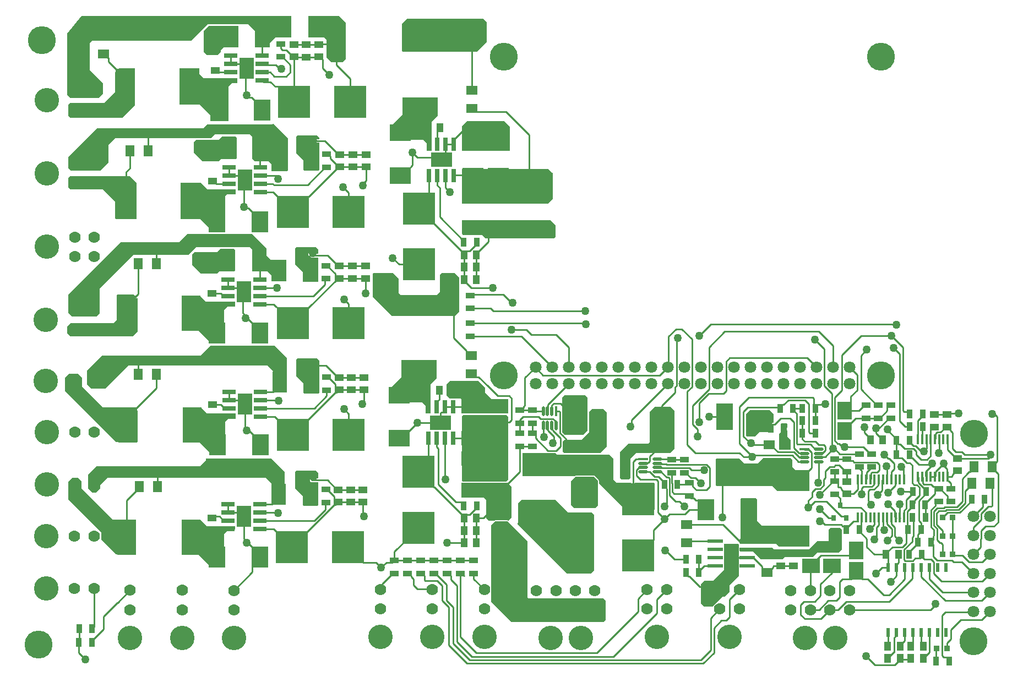
<source format=gtl>
G04*
G04 #@! TF.GenerationSoftware,Altium Limited,Altium Designer,23.1.1 (15)*
G04*
G04 Layer_Physical_Order=1*
G04 Layer_Color=255*
%FSLAX25Y25*%
%MOIN*%
G70*
G04*
G04 #@! TF.SameCoordinates,6B6AD537-89E2-49BE-BCD0-2355F65E075C*
G04*
G04*
G04 #@! TF.FilePolarity,Positive*
G04*
G01*
G75*
%ADD10C,0.01000*%
%ADD15R,0.03543X0.05315*%
%ADD16R,0.05512X0.04134*%
%ADD17R,0.11417X0.21260*%
%ADD18R,0.06890X0.05709*%
%ADD19R,0.01772X0.05906*%
%ADD20R,0.18504X0.12598*%
%ADD21R,0.05315X0.03543*%
%ADD22R,0.03150X0.03543*%
%ADD23R,0.04134X0.05512*%
%ADD24R,0.08898X0.11024*%
%ADD25R,0.03543X0.03740*%
%ADD26R,0.02362X0.05709*%
%ADD27R,0.05709X0.06890*%
%ADD28R,0.11024X0.08898*%
G04:AMPARAMS|DCode=29|XSize=59.26mil|YSize=17.91mil|CornerRadius=8.96mil|HoleSize=0mil|Usage=FLASHONLY|Rotation=0.000|XOffset=0mil|YOffset=0mil|HoleType=Round|Shape=RoundedRectangle|*
%AMROUNDEDRECTD29*
21,1,0.05926,0.00000,0,0,0.0*
21,1,0.04135,0.01791,0,0,0.0*
1,1,0.01791,0.02068,0.00000*
1,1,0.01791,-0.02068,0.00000*
1,1,0.01791,-0.02068,0.00000*
1,1,0.01791,0.02068,0.00000*
%
%ADD29ROUNDEDRECTD29*%
%ADD30R,0.05926X0.01791*%
%ADD31R,0.19685X0.19685*%
%ADD32R,0.09843X0.16339*%
%ADD33R,0.07087X0.05709*%
%ADD34R,0.09843X0.12795*%
%ADD35R,0.09264X0.02449*%
%ADD36R,0.20079X0.13780*%
G04:AMPARAMS|DCode=37|XSize=59.26mil|YSize=17.91mil|CornerRadius=8.96mil|HoleSize=0mil|Usage=FLASHONLY|Rotation=270.000|XOffset=0mil|YOffset=0mil|HoleType=Round|Shape=RoundedRectangle|*
%AMROUNDEDRECTD37*
21,1,0.05926,0.00000,0,0,270.0*
21,1,0.04135,0.01791,0,0,270.0*
1,1,0.01791,0.00000,-0.02068*
1,1,0.01791,0.00000,0.02068*
1,1,0.01791,0.00000,0.02068*
1,1,0.01791,0.00000,-0.02068*
%
%ADD37ROUNDEDRECTD37*%
%ADD38R,0.01791X0.05926*%
%ADD39C,0.03000*%
%ADD40R,0.08071X0.06299*%
%ADD41R,0.19685X0.19685*%
%ADD42R,0.09055X0.12598*%
%ADD43R,0.08071X0.02598*%
%ADD44R,0.12795X0.08661*%
%ADD45R,0.21260X0.11417*%
%ADD46R,0.12795X0.09843*%
%ADD47R,0.12598X0.09055*%
%ADD48R,0.02598X0.08071*%
%ADD49R,0.05709X0.07087*%
%ADD50R,0.08661X0.12795*%
%ADD69R,0.09055X0.12205*%
%ADD90C,0.07000*%
%ADD91C,0.14800*%
%ADD92C,0.16929*%
%ADD93C,0.07080*%
%ADD94C,0.07087*%
%ADD95C,0.08000*%
%ADD96C,0.05000*%
G36*
X169000Y383500D02*
X159500D01*
X156000Y380000D01*
Y377880D01*
X155624Y377550D01*
X154500Y377701D01*
X152689D01*
Y383604D01*
X152767Y384000D01*
X152682Y384429D01*
X152439Y384793D01*
X152075Y385036D01*
X151646Y385122D01*
X151216Y385036D01*
X150853Y384793D01*
X150774Y384714D01*
X150531Y384350D01*
X150445Y383921D01*
X150445Y383921D01*
Y377701D01*
X147201D01*
X147000Y377784D01*
Y387500D01*
X143000Y391500D01*
Y391584D01*
X118584D01*
X108500Y381500D01*
X48500D01*
X47000Y380000D01*
Y364000D01*
X55000Y356000D01*
Y349500D01*
X52500Y347000D01*
X35500D01*
X33500Y349000D01*
Y386000D01*
X42000Y396500D01*
X169000D01*
Y383500D01*
D02*
G37*
G36*
X287500Y393000D02*
Y381000D01*
X281500Y375000D01*
X236500D01*
X236000Y375500D01*
Y392000D01*
X239000Y395000D01*
X285500D01*
X287500Y393000D01*
D02*
G37*
G36*
X137000Y377500D02*
X128000D01*
X126500Y376000D01*
X126500Y375000D01*
X124500Y373000D01*
X118000Y373000D01*
X116000Y375000D01*
X116000Y387500D01*
X119000Y390500D01*
X137000D01*
Y377500D01*
D02*
G37*
G36*
X202000Y392500D02*
Y370500D01*
X200000Y368500D01*
X193500D01*
X190500Y371500D01*
Y382000D01*
X189000Y383500D01*
X179500D01*
Y396500D01*
X198000D01*
X202000Y392500D01*
D02*
G37*
G36*
X74500Y342500D02*
X67000Y335000D01*
X35500D01*
X34500Y336000D01*
X34000D01*
Y343000D01*
X35000Y344000D01*
X56000D01*
X62500Y350500D01*
Y362694D01*
X62962Y362885D01*
X67390Y358457D01*
Y354000D01*
X67476Y353571D01*
X67719Y353207D01*
X68083Y352964D01*
X68512Y352878D01*
X68941Y352964D01*
X69305Y353207D01*
X69548Y353571D01*
X69633Y354000D01*
Y358921D01*
X69548Y359350D01*
X69305Y359714D01*
X69305Y359714D01*
X64481Y364538D01*
X64672Y365000D01*
X74500D01*
Y342500D01*
D02*
G37*
G36*
X113500Y361500D02*
X116000Y359000D01*
X136500D01*
Y356000D01*
X133000D01*
X131000Y354000D01*
Y333000D01*
X120000D01*
Y336500D01*
X113500Y343000D01*
X101500D01*
Y365000D01*
X113500D01*
Y361500D01*
D02*
G37*
G36*
X257500Y336000D02*
X254000Y332500D01*
Y315000D01*
X251000D01*
Y319500D01*
X249000Y321500D01*
X229000Y321500D01*
Y330147D01*
X229353Y330500D01*
X230000Y330500D01*
X236500Y337000D01*
Y347000D01*
X257500D01*
X257500Y336000D01*
D02*
G37*
G36*
X167000Y322500D02*
Y303000D01*
X166500Y302500D01*
X157500D01*
X157000Y303000D01*
Y307000D01*
X155567Y308433D01*
Y308492D01*
X147008D01*
X145500Y310000D01*
Y323500D01*
X144000Y325000D01*
X123000D01*
X120500Y322500D01*
X62500D01*
X58500Y318500D01*
Y308000D01*
X53500Y303000D01*
X35500D01*
X34000Y304500D01*
Y311000D01*
X51500Y328500D01*
X115469D01*
X115559Y328410D01*
X118150Y331000D01*
X157500D01*
X158000Y331500D01*
X167000Y322500D01*
D02*
G37*
G36*
X298000Y333000D02*
X301500Y329500D01*
Y315000D01*
X272500D01*
Y330000D01*
X275500Y333000D01*
X298000Y333000D01*
D02*
G37*
G36*
X136000Y323000D02*
Y310500D01*
X135500Y310000D01*
X126500D01*
X125000Y308500D01*
X115500D01*
X110000Y314000D01*
Y320000D01*
X111500Y321500D01*
X125000D01*
X127000Y323500D01*
X135500D01*
X136000Y323000D01*
D02*
G37*
G36*
X186000Y322949D02*
Y322122D01*
X182500D01*
X182071Y322036D01*
X181707Y321793D01*
X181464Y321429D01*
X181378Y321000D01*
X181464Y320571D01*
X181707Y320207D01*
X182071Y319964D01*
X182500Y319879D01*
X186000D01*
Y303500D01*
X185500Y303000D01*
X177000D01*
X176500Y303500D01*
Y309000D01*
X172000Y313500D01*
Y323500D01*
X172650Y324150D01*
Y324224D01*
X184724D01*
X186000Y322949D01*
D02*
G37*
G36*
X327000Y301500D02*
X327500D01*
Y286000D01*
X324500Y283000D01*
X272500D01*
Y304000D01*
X324500D01*
X327000Y301500D01*
D02*
G37*
G36*
X75500Y295500D02*
Y274000D01*
X75000Y273500D01*
X63000D01*
X62500Y274000D01*
Y284000D01*
X55000Y291500D01*
X35500D01*
X34000Y293000D01*
Y298500D01*
X35000Y299500D01*
X71500D01*
X75500Y295500D01*
D02*
G37*
G36*
X118500Y291500D02*
X135500D01*
Y288500D01*
X130000D01*
X129000Y287500D01*
Y265500D01*
X119000D01*
Y268500D01*
X114000Y273500D01*
X102000D01*
Y295500D01*
X114500D01*
X118500Y291500D01*
D02*
G37*
G36*
X329000Y270000D02*
Y263000D01*
X328000Y262000D01*
X286500D01*
X284000Y264500D01*
X272500D01*
Y273000D01*
X326000D01*
X329000Y270000D01*
D02*
G37*
G36*
X154000Y256000D02*
Y251500D01*
X156500Y249000D01*
X166000D01*
Y236000D01*
X157000D01*
Y239500D01*
X154500Y242000D01*
X145500D01*
Y255000D01*
X144000Y256500D01*
X111500D01*
X107000Y252000D01*
X73524D01*
X53000Y231476D01*
Y216500D01*
X51000Y214500D01*
X36500D01*
X34000Y217000D01*
Y228000D01*
X66000Y260000D01*
X66500Y259500D01*
X101500D01*
Y260000D01*
X106000Y264500D01*
X145500D01*
X154000Y256000D01*
D02*
G37*
G36*
X185500Y255449D02*
Y252622D01*
X182465D01*
X181793Y253293D01*
X181429Y253536D01*
X181000Y253622D01*
X181000Y253622D01*
X180500D01*
X180071Y253536D01*
X179707Y253293D01*
X179464Y252929D01*
X179378Y252500D01*
X179464Y252071D01*
X179707Y251707D01*
X180071Y251464D01*
X180500Y251378D01*
X180535D01*
X181207Y250707D01*
X181207Y250707D01*
X181571Y250464D01*
X182000Y250378D01*
X185500D01*
Y236000D01*
X185000Y235500D01*
X176500D01*
X176000Y236000D01*
Y241500D01*
X171500Y246000D01*
Y256000D01*
X172150Y256650D01*
Y256724D01*
X184224D01*
X185500Y255449D01*
D02*
G37*
G36*
X135000Y255000D02*
Y242500D01*
X134500Y242000D01*
X125500D01*
X124000Y240500D01*
X114500D01*
X109000Y246000D01*
Y252000D01*
X110500Y253500D01*
X124000D01*
X126000Y255500D01*
X134500D01*
X135000Y255000D01*
D02*
G37*
G36*
X270713Y238287D02*
Y217713D01*
X268000Y215000D01*
X230000D01*
X218500Y226500D01*
Y240500D01*
X219000Y241000D01*
X230500D01*
X234000Y237500D01*
Y229000D01*
X235500Y227500D01*
X257000D01*
X259000Y229500D01*
Y240000D01*
X260000Y241000D01*
X268000D01*
X270713Y238287D01*
D02*
G37*
G36*
X74042Y227538D02*
X68719Y222214D01*
X68476Y221850D01*
X68390Y221421D01*
X68390Y221421D01*
Y216500D01*
X68476Y216071D01*
X68719Y215707D01*
X69083Y215464D01*
X69512Y215378D01*
X69941Y215464D01*
X70305Y215707D01*
X70548Y216071D01*
X70633Y216500D01*
Y220957D01*
X75538Y225861D01*
X76000Y225670D01*
Y205500D01*
X73000Y202500D01*
X35500D01*
X33500Y204500D01*
Y208500D01*
X35500Y210500D01*
X61500D01*
X63500Y212500D01*
Y227500D01*
X64000Y228000D01*
X73851D01*
X74042Y227538D01*
D02*
G37*
G36*
X114000Y227000D02*
X117500Y223500D01*
X135000D01*
Y220500D01*
X130500D01*
X128500Y218500D01*
X128500Y198500D01*
X119853D01*
X119500Y198854D01*
X119500Y199500D01*
X113000Y206000D01*
X103000D01*
Y227000D01*
X114000Y227000D01*
D02*
G37*
G36*
X257000Y177000D02*
X253500Y173500D01*
Y156000D01*
X250500D01*
Y160500D01*
X248500Y162500D01*
X228500Y162500D01*
Y171147D01*
X228854Y171500D01*
X229500Y171500D01*
X236000Y178000D01*
Y188000D01*
X257000D01*
X257000Y177000D01*
D02*
G37*
G36*
X166500Y189500D02*
Y169500D01*
X166000Y169000D01*
X158000D01*
Y181500D01*
X154500Y185000D01*
X70500D01*
X61000Y175500D01*
X56500Y171000D01*
X48000D01*
X45500Y173500D01*
Y182000D01*
X54500Y191000D01*
X114000D01*
X120000Y197000D01*
X159000D01*
X166500Y189500D01*
D02*
G37*
G36*
X186000Y187949D02*
Y168500D01*
X185500Y168000D01*
X177000D01*
X176500Y168500D01*
Y174000D01*
X172000Y178500D01*
Y188500D01*
X172650Y189150D01*
Y189224D01*
X184724D01*
X186000Y187949D01*
D02*
G37*
G36*
X286500Y171500D02*
X286500Y168500D01*
X290500Y164500D01*
X300500D01*
Y156000D01*
X272000D01*
Y164500D01*
X271500Y165000D01*
X265000D01*
X263000Y167000D01*
Y173500D01*
X265000Y175500D01*
X282500D01*
X286500Y171500D01*
D02*
G37*
G36*
X469500Y149500D02*
Y147282D01*
X469408Y147210D01*
X468793Y147230D01*
X468230Y147793D01*
X467866Y148036D01*
X467437Y148122D01*
X467008Y148036D01*
X466644Y147793D01*
X466401Y147429D01*
X466315Y147000D01*
X466401Y146571D01*
X466644Y146207D01*
X467207Y145644D01*
X467571Y145401D01*
X468000Y145316D01*
X468429Y145401D01*
X468793Y145644D01*
X469408Y145664D01*
X469500Y145592D01*
Y142000D01*
X471500Y140000D01*
Y134155D01*
X471445Y134100D01*
X464555D01*
X464500Y134155D01*
Y143500D01*
X465500Y144500D01*
Y149500D01*
X466000Y150000D01*
X469000D01*
X469500Y149500D01*
D02*
G37*
G36*
X348500Y165500D02*
Y145500D01*
X346000Y143000D01*
X334586D01*
X334293Y143293D01*
X334293Y143293D01*
X333021Y144565D01*
Y156747D01*
X333000Y156855D01*
Y165500D01*
X334500Y167000D01*
X347000D01*
X348500Y165500D01*
D02*
G37*
G36*
X461000Y155500D02*
Y150724D01*
X460835Y150279D01*
X460405Y150194D01*
X460042Y149951D01*
X460042Y149951D01*
X458770Y148679D01*
X458527Y148315D01*
X458441Y147886D01*
X458441Y147886D01*
Y147000D01*
X458527Y146571D01*
X458770Y146207D01*
X459134Y145964D01*
X459563Y145879D01*
X459992Y145964D01*
X460356Y146207D01*
X460500Y146422D01*
X461000Y146271D01*
Y144500D01*
X452500D01*
X450000Y142000D01*
X445000D01*
X444500Y142500D01*
Y155500D01*
X447000Y158000D01*
X458500D01*
X461000Y155500D01*
D02*
G37*
G36*
X42500Y177500D02*
Y172000D01*
X55000Y159500D01*
X73351Y159500D01*
X73542Y159038D01*
X69219Y154714D01*
X68976Y154350D01*
X68890Y153921D01*
X68890Y153921D01*
Y149000D01*
X68976Y148571D01*
X69219Y148207D01*
X69583Y147964D01*
X70012Y147878D01*
X70441Y147964D01*
X70805Y148207D01*
X71048Y148571D01*
X71133Y149000D01*
Y153457D01*
X75538Y157861D01*
X76000Y157670D01*
Y138500D01*
X63000D01*
X32000Y169500D01*
Y177500D01*
X34500Y180000D01*
X40000D01*
X42500Y177500D01*
D02*
G37*
G36*
X398500Y160000D02*
X401000Y157500D01*
X401000Y134500D01*
X398500Y132000D01*
X378000D01*
X374500Y128500D01*
Y117000D01*
X373500Y116000D01*
X369000Y116000D01*
X368000Y117000D01*
X368000Y132500D01*
X373000Y137500D01*
X385000Y137500D01*
X386000Y138500D01*
Y157000D01*
X389000Y160000D01*
X398500Y160000D01*
D02*
G37*
G36*
X360000Y156500D02*
X360000Y136000D01*
X356051Y132051D01*
X334449D01*
X333500Y133000D01*
Y139000D01*
X334500Y140000D01*
X345000D01*
X349500Y144500D01*
Y157000D01*
X351000Y158500D01*
X358000D01*
X360000Y156500D01*
D02*
G37*
G36*
X114500Y159500D02*
X118000Y156000D01*
X135500D01*
Y153000D01*
X131000D01*
X129000Y151000D01*
X129000Y131000D01*
X120353D01*
X120000Y131353D01*
X120000Y132000D01*
X113500Y138500D01*
X103500D01*
Y159500D01*
X114500Y159500D01*
D02*
G37*
G36*
X472500Y128000D02*
Y123500D01*
X474370Y121630D01*
X482654D01*
Y109153D01*
X482500Y109000D01*
X463500D01*
X460500Y112000D01*
X426500D01*
X426000Y112500D01*
Y128000D01*
X426500Y128500D01*
X440500D01*
X443500Y125500D01*
X451500D01*
X455000Y129000D01*
X471500D01*
X472500Y128000D01*
D02*
G37*
G36*
X300500Y154000D02*
Y115756D01*
X299244Y114500D01*
X273256D01*
X272330Y115425D01*
X272488Y115400D01*
X272496Y115260D01*
Y154240D01*
X272496Y154240D01*
X273256Y155000D01*
X299500D01*
X300500Y154000D01*
D02*
G37*
G36*
X302386Y111500D02*
X302500D01*
Y93000D01*
X300500Y91000D01*
X300361D01*
X300000Y91149D01*
X292500D01*
X292139Y91000D01*
X288500D01*
X287000Y92500D01*
Y103559D01*
X285559Y105000D01*
X272000D01*
Y114000D01*
X272895D01*
X273256Y113851D01*
X299244D01*
X299605Y114000D01*
X299886D01*
X302386Y111500D01*
D02*
G37*
G36*
X165000Y120500D02*
Y101000D01*
X157000D01*
Y113500D01*
X153500Y117000D01*
X58000D01*
X53500Y112500D01*
Y110500D01*
X51000Y108000D01*
X48500D01*
X46000Y110500D01*
Y119000D01*
X51000Y124000D01*
X113713D01*
X117500Y127787D01*
Y128500D01*
X157000D01*
X165000Y120500D01*
D02*
G37*
G36*
X185500Y119949D02*
Y116622D01*
X181500D01*
X181071Y116536D01*
X180707Y116293D01*
X180464Y115929D01*
X180378Y115500D01*
X180464Y115071D01*
X180707Y114707D01*
X181071Y114464D01*
X181500Y114378D01*
X185500D01*
Y100500D01*
X185000Y100000D01*
X176500D01*
X176000Y100500D01*
Y106000D01*
X171500Y110500D01*
Y120500D01*
X172150Y121150D01*
Y121224D01*
X184224D01*
X185500Y119949D01*
D02*
G37*
G36*
X354787Y115213D02*
Y100287D01*
X353000Y98500D01*
X340500D01*
X338500Y100500D01*
Y115000D01*
X341000Y117500D01*
X352500Y117500D01*
X354787Y115213D01*
D02*
G37*
G36*
X330000Y131000D02*
X361500D01*
X364000Y128500D01*
Y116000D01*
X366000Y114000D01*
X374879D01*
Y106929D01*
X374878Y106929D01*
X374964Y106500D01*
X375207Y106136D01*
X378207Y103136D01*
X378571Y102893D01*
X379000Y102808D01*
X379429Y102893D01*
X379793Y103136D01*
X380036Y103500D01*
X380122Y103929D01*
X380036Y104358D01*
X379793Y104722D01*
X377121Y107394D01*
Y114000D01*
X388500D01*
X389000Y113500D01*
Y97500D01*
X371500D01*
X355437Y113563D01*
Y115213D01*
X355247Y115672D01*
X352959Y117959D01*
X352500Y118149D01*
X341000Y118149D01*
X340675Y118015D01*
X340639Y118000D01*
X329500Y118000D01*
X309000D01*
Y132000D01*
X329000D01*
X330000Y131000D01*
D02*
G37*
G36*
X451000Y104000D02*
Y91000D01*
X454000Y88000D01*
X482500D01*
Y75500D01*
X464000D01*
X462500Y77000D01*
X441000D01*
X440596Y77404D01*
Y77702D01*
X440500D01*
Y79500D01*
X441000Y80000D01*
Y104000D01*
X441500Y104500D01*
X450500D01*
X451000Y104000D01*
D02*
G37*
G36*
X502339Y85661D02*
Y73339D01*
X500500Y71500D01*
X487500D01*
X485000Y69000D01*
X468000D01*
X466512Y67512D01*
X453500Y67500D01*
X448713Y72286D01*
X440636Y72286D01*
Y74692D01*
X460308Y74692D01*
X461500Y73500D01*
X482500D01*
X484500Y75500D01*
X487500Y78500D01*
X494000D01*
X494500Y79000D01*
Y85500D01*
X495500Y86500D01*
X501500D01*
X502339Y85661D01*
D02*
G37*
G36*
X42000Y115000D02*
Y110500D01*
X61000Y91500D01*
X68390D01*
Y81000D01*
X68476Y80571D01*
X68719Y80207D01*
X69083Y79964D01*
X69512Y79878D01*
X69941Y79964D01*
X70305Y80207D01*
X70548Y80571D01*
X70633Y81000D01*
Y91500D01*
X75000D01*
Y70500D01*
X63000D01*
X54000Y79500D01*
Y84000D01*
X34000Y104000D01*
Y114500D01*
X36500Y117000D01*
X40000D01*
X42000Y115000D01*
D02*
G37*
G36*
X114000Y91500D02*
X118000Y87500D01*
X135000Y87500D01*
Y85500D01*
X131000D01*
X128500Y83000D01*
X128500Y63500D01*
X119853D01*
X119500Y63854D01*
Y64000D01*
X112500Y71000D01*
X103000D01*
Y91500D01*
X114000Y91500D01*
D02*
G37*
G36*
X336500Y96000D02*
X351000D01*
X352500Y94500D01*
Y85500D01*
X352500Y61000D01*
X350500Y59000D01*
X336000D01*
X306000Y89000D01*
X306000Y89500D01*
X306500Y90000D01*
Y101500D01*
X308500Y103500D01*
X329000D01*
X336500Y96000D01*
D02*
G37*
G36*
X440000Y76506D02*
Y75325D01*
X439987D01*
Y71675D01*
X440000D01*
Y65325D01*
X439987D01*
Y61675D01*
X440000D01*
Y57500D01*
X434500Y52000D01*
X434500Y48000D01*
X431500Y45000D01*
X430000D01*
X424000Y39000D01*
X419000D01*
X417000Y41000D01*
Y52500D01*
X419000Y54500D01*
X424500D01*
X431000Y61000D01*
Y77000D01*
X439635D01*
X440000Y76506D01*
D02*
G37*
G36*
X312000Y78500D02*
Y44500D01*
X312500Y44000D01*
X358000Y44000D01*
X359500Y42500D01*
X359500Y31000D01*
X358000Y29500D01*
X302500D01*
X290000Y42000D01*
Y48272D01*
X290135Y49300D01*
X290000Y50328D01*
Y82500D01*
Y88000D01*
X292500Y90500D01*
X300000D01*
X312000Y78500D01*
D02*
G37*
%LPC*%
G36*
X360488Y122622D02*
X360059Y122536D01*
X359695Y122293D01*
X359452Y121929D01*
X359367Y121500D01*
X359452Y121071D01*
X359695Y120707D01*
X360707Y119695D01*
X361071Y119452D01*
X361500Y119367D01*
X361929Y119452D01*
X362293Y119695D01*
X362536Y120059D01*
X362622Y120488D01*
X362536Y120917D01*
X362293Y121281D01*
X361281Y122293D01*
X360917Y122536D01*
X360488Y122622D01*
D02*
G37*
%LPD*%
D10*
X271500Y58563D02*
X272000Y59063D01*
X305500Y11000D02*
X354000D01*
X304000D02*
X305500D01*
X281000D02*
X304000D01*
X271500Y20500D02*
X281000Y11000D01*
X271500Y20500D02*
Y58563D01*
X418500Y4500D02*
X425000Y11000D01*
X354000D02*
X379000Y36000D01*
X269500Y17500D02*
X278500Y8500D01*
X275500Y4500D02*
X418500D01*
X278500Y8500D02*
X364000D01*
X267000Y16500D02*
X277000Y6500D01*
X417000D02*
X423000Y12500D01*
X264500Y15500D02*
X275500Y4500D01*
X277000Y6500D02*
X417000D01*
X264000Y59063D02*
X264386D01*
X364000Y8500D02*
X390500Y35000D01*
X269500Y17500D02*
Y51500D01*
X267000Y16500D02*
Y38500D01*
X264500Y15500D02*
Y38500D01*
X263000Y42500D02*
X267000Y38500D01*
X260500Y42500D02*
X264500Y38500D01*
X375000Y152000D02*
X397000Y174000D01*
X374500Y148000D02*
X375000Y148500D01*
Y152000D01*
X150067Y237000D02*
Y248079D01*
X149646Y248500D02*
X150067Y248079D01*
X242568Y313931D02*
X245500Y311000D01*
X258500D02*
X260000Y309500D01*
X245500Y311000D02*
X258500D01*
X242568Y306246D02*
Y313931D01*
X236299Y299976D02*
X242568Y306246D01*
X235000Y299976D02*
X236299D01*
X267012Y140854D02*
X278500D01*
X267000Y140866D02*
X267012Y140854D01*
X230500Y250000D02*
X234358Y246142D01*
X246500D01*
X245433Y150433D02*
X259500D01*
X235976Y140976D02*
X245433Y150433D01*
X234500Y140976D02*
X235976D01*
X214032Y245240D02*
X214933Y246142D01*
X232476Y143000D02*
X234500Y140976D01*
X486437Y159000D02*
Y159886D01*
X487709Y161158D01*
X492158D01*
X492500Y161500D01*
X496500Y135000D02*
Y167938D01*
Y135000D02*
X497000Y134500D01*
X491640Y172798D02*
X496500Y167938D01*
X498100Y139585D02*
X499935Y137749D01*
X498100Y165475D02*
X502500Y169875D01*
X498100Y139585D02*
Y165475D01*
X523132Y144108D02*
Y147000D01*
X516000Y144449D02*
Y147500D01*
X402360Y172798D02*
Y202123D01*
X411640Y172078D02*
Y200860D01*
X405500Y207000D02*
X411640Y200860D01*
X514000Y203000D02*
X532500D01*
X402000Y207000D02*
X405500D01*
X423000Y210000D02*
X535000D01*
X416070Y203069D02*
X423000Y210000D01*
X397500Y202500D02*
X402000Y207000D01*
X397000Y184000D02*
X397500Y184500D01*
Y202500D01*
X393500Y160500D02*
X401500Y168500D01*
Y171938D02*
X402360Y172798D01*
X401500Y168500D02*
Y171938D01*
X393500Y153000D02*
Y160500D01*
X408862Y169300D02*
X411640Y172078D01*
X422000Y196000D02*
X431500Y205500D01*
X422000Y170500D02*
Y196000D01*
X431500Y205500D02*
X488500D01*
X412000Y160500D02*
X422000Y170500D01*
X416000Y150500D02*
Y162237D01*
X421818Y168056D02*
X430914D01*
X416000Y162237D02*
X421818Y168056D01*
X412000Y149409D02*
Y160500D01*
X432360Y187360D02*
X434500Y189500D01*
X432360Y169501D02*
Y187360D01*
X430914Y168056D02*
X432360Y169501D01*
X434500Y189500D02*
X481500D01*
X408862Y137000D02*
Y169300D01*
X413862Y132000D02*
X440500D01*
X408862Y137000D02*
X413862Y132000D01*
X443000Y129500D02*
X448000D01*
X440500Y132000D02*
X443000Y129500D01*
X392000Y179000D02*
X397000Y184000D01*
X321500Y179000D02*
X392000D01*
X317000Y183500D02*
Y184000D01*
Y183500D02*
X321500Y179000D01*
X422169Y153831D02*
X431500D01*
X422000Y154000D02*
X422169Y153831D01*
X281240Y77500D02*
Y92500D01*
X290900Y97900D02*
X291000D01*
X285500Y92500D02*
X290900Y97900D01*
X212500Y95000D02*
Y102260D01*
Y95000D02*
X213000Y94500D01*
X195933Y100693D02*
X197500Y102260D01*
X321661Y142139D02*
Y148667D01*
Y142139D02*
X322000Y141800D01*
X297500Y228000D02*
X303500Y222000D01*
X302500Y206500D02*
X311500D01*
X314500Y203500D01*
X337000Y184000D02*
Y196000D01*
X314500Y203500D02*
X329500D01*
X337000Y196000D01*
X291500Y218000D02*
X347000D01*
X289937Y219563D02*
X291500Y218000D01*
X347000Y210500D02*
X347500Y210000D01*
X277500Y210500D02*
X347000D01*
X278063Y228000D02*
X297500D01*
X159531Y299969D02*
X162000Y297500D01*
X200500Y293000D02*
X203858Y289642D01*
X192000Y360900D02*
Y361000D01*
X170435Y371585D02*
X170780Y371240D01*
X170090Y371929D02*
X170435Y371585D01*
X268843Y102157D02*
X272291D01*
X258000Y113000D02*
Y134500D01*
Y113000D02*
X268843Y102157D01*
X257000Y135500D02*
X258000Y134500D01*
X262000Y116500D02*
Y140866D01*
Y116500D02*
X262500Y116000D01*
X272291Y102157D02*
X273563Y100886D01*
Y100000D02*
Y100886D01*
X231500Y66937D02*
Y72142D01*
X246000Y86642D01*
X273760Y77500D02*
Y92500D01*
X263500Y78500D02*
X264500Y77500D01*
X273760D01*
X281240Y92500D02*
X285500D01*
X281437Y99114D02*
Y100000D01*
X277079Y94756D02*
X281437Y99114D01*
X275327Y94756D02*
X277079D01*
X273760Y93189D02*
X275327Y94756D01*
X273760Y92500D02*
Y93189D01*
X257000Y135500D02*
Y140866D01*
X255791Y111158D02*
X273760Y93189D01*
X255343Y111158D02*
X255791D01*
X246000Y120500D02*
X255343Y111158D01*
X252000Y126500D02*
Y140866D01*
X246000Y120500D02*
X252000Y126500D01*
X258740Y164476D02*
Y170000D01*
X257000Y162736D02*
X258740Y164476D01*
X257000Y160000D02*
Y162736D01*
X267000Y160000D02*
X279500D01*
X262000D02*
X267000D01*
X278500Y160146D02*
X279354D01*
X279500Y160000D01*
X259500Y150433D02*
Y156165D01*
X260086Y156751D01*
X261201D01*
X262000Y157550D01*
Y160000D01*
X288000Y172500D02*
Y172500D01*
X278000Y179988D02*
X279946Y178042D01*
X282457D01*
X288000Y172500D01*
Y172500D02*
X294000Y166500D01*
X301000D02*
X302500Y165000D01*
X294000Y166500D02*
X301000D01*
X302500Y152000D02*
Y165000D01*
X294000Y150500D02*
X301000D01*
X302500Y152000D01*
X277311Y191012D02*
X278000D01*
X274957Y193366D02*
X277311Y191012D01*
X274957Y193366D02*
Y194055D01*
X267500Y201512D02*
X274957Y194055D01*
X267500Y201512D02*
Y231000D01*
X281240Y252000D02*
Y252689D01*
X288602Y260051D01*
Y264524D01*
X292433Y268354D01*
X294500D01*
X278071Y232000D02*
X291000D01*
X273760Y236311D02*
Y237000D01*
Y236311D02*
X278071Y232000D01*
X267850Y300284D02*
X279000D01*
X267500Y299933D02*
X267850Y300284D01*
X278500Y340488D02*
X280488Y338500D01*
X299000D01*
X313000Y300000D02*
Y324500D01*
X299000Y338500D02*
X313000Y324500D01*
X278500Y351512D02*
Y377343D01*
X276000Y379843D02*
X278500Y377343D01*
X276000Y379843D02*
Y380500D01*
X267500Y319067D02*
Y321803D01*
X274431Y328735D01*
X276735D01*
X277500Y329500D01*
X140500Y80000D02*
X145602Y74898D01*
X140500Y80000D02*
Y93500D01*
X138000Y96000D02*
X140500Y93500D01*
X138000Y232000D02*
X139750Y230250D01*
Y216750D02*
Y230250D01*
Y216750D02*
X141000Y215500D01*
X150024Y204500D02*
Y205976D01*
X141000Y215000D02*
X150024Y205976D01*
X141000Y215000D02*
Y215500D01*
Y147988D02*
Y161500D01*
Y147988D02*
X150512Y138476D01*
Y137000D02*
Y138476D01*
X197811Y312740D02*
X198500D01*
X189551Y321000D02*
X197811Y312740D01*
X182500Y321000D02*
X189551D01*
X181000Y252500D02*
X182000Y251500D01*
X180500Y252500D02*
X181000D01*
X182000Y251500D02*
X191083D01*
X197343Y245240D01*
X198031D01*
X182000Y185000D02*
X190083D01*
X197311Y177772D01*
X198000D01*
X203358Y75000D02*
X212701Y65658D01*
X220342D01*
X223500Y62500D01*
X181500Y115500D02*
X191051D01*
X196811Y109740D01*
X197500D01*
X203858Y143000D02*
Y155642D01*
X201000Y158500D02*
X203858Y155642D01*
Y210500D02*
Y222142D01*
X201500Y224500D02*
X203858Y222142D01*
X213000Y162500D02*
Y170291D01*
X212000Y161500D02*
X213000Y162500D01*
X214032Y228969D02*
Y237760D01*
Y228969D02*
X214500Y228500D01*
X160500Y96000D02*
X161000Y95500D01*
X150067Y96000D02*
X160500D01*
X150567Y164000D02*
X161000D01*
X161500Y163500D01*
X150067Y232000D02*
X160500D01*
X161500Y231000D01*
X85500Y256500D02*
X87512Y254488D01*
Y246500D02*
Y254488D01*
X76488Y228398D02*
Y246500D01*
X69512Y221421D02*
X76488Y228398D01*
X69512Y216500D02*
Y221421D01*
X76476Y187476D02*
X77500Y188500D01*
X76476Y179500D02*
Y187476D01*
X87500Y171409D02*
Y179500D01*
X70012Y153921D02*
X87500Y171409D01*
X70012Y149000D02*
Y153921D01*
X150567Y169000D02*
X158067D01*
X162000Y172933D01*
Y175000D01*
X150067Y101000D02*
X157421D01*
X161354Y104933D01*
Y107000D01*
X88012Y111500D02*
Y120012D01*
X88500Y120500D01*
X69512Y81000D02*
Y103335D01*
X76988Y110811D01*
Y111500D01*
X535000Y210000D02*
X535500Y209500D01*
X483912Y100412D02*
X486000Y102500D01*
X493228D02*
X501957Y93772D01*
X486000Y102500D02*
X493228D01*
X482086Y99086D02*
Y103086D01*
X484500Y105500D01*
X482000Y99000D02*
X482086Y99086D01*
X484500Y105500D02*
Y108314D01*
X486586Y110400D01*
X489491D01*
X491600Y112509D01*
Y116100D01*
X492500Y117000D01*
Y121016D01*
X495129Y123645D01*
X497645D01*
X498500Y124500D01*
X500709D01*
X504646Y120563D01*
X505532D01*
X489000Y106586D02*
Y106791D01*
X497146Y114937D01*
X488000Y115000D02*
X488333Y115333D01*
X505031Y92500D02*
Y92697D01*
X503957Y93772D02*
X505031Y92697D01*
X501957Y93772D02*
X503957D01*
X500189Y111343D02*
Y113665D01*
Y111343D02*
X501449D01*
X498917Y114937D02*
X500189Y113665D01*
X501449Y111343D02*
X502035Y110757D01*
Y110068D02*
Y110757D01*
Y110068D02*
X504843Y107260D01*
X505532D01*
X509291D01*
X513890Y99102D02*
X516689Y96304D01*
X502366Y99102D02*
X513890D01*
X501291Y100177D02*
Y100374D01*
Y100177D02*
X502366Y99102D01*
X489046Y90546D02*
X489954D01*
X502937Y87657D02*
X503823D01*
X505094Y86386D01*
X502095Y88500D02*
X502937Y87657D01*
X492000Y88500D02*
X502095D01*
X489954Y90546D02*
X492000Y88500D01*
X491640Y172798D02*
Y194860D01*
X486000Y200500D02*
X491640Y194860D01*
X488500Y205500D02*
X497000Y197000D01*
Y184000D02*
Y197000D01*
X502360Y191360D02*
X514000Y203000D01*
X502360Y172078D02*
Y191360D01*
Y172078D02*
X502500Y171938D01*
Y169875D02*
Y171938D01*
X507000Y184000D02*
X511640Y179360D01*
Y170140D02*
Y179360D01*
X507949Y166449D02*
X511640Y170140D01*
X504000Y157799D02*
X507949Y161748D01*
Y166449D01*
X514000Y191000D02*
X517500Y194500D01*
X391165Y122882D02*
X391218Y122935D01*
X533750Y195750D02*
X537500Y192000D01*
X539500Y157586D02*
Y196000D01*
X532500Y203000D02*
X539500Y196000D01*
X537500Y151307D02*
Y192000D01*
X539500Y157586D02*
X540086Y157000D01*
X542291D01*
X537500Y151307D02*
X540807Y148000D01*
X530000Y145949D02*
Y146474D01*
Y145949D02*
X535563Y140386D01*
Y139500D02*
Y140386D01*
X530972Y153063D02*
X531968D01*
X524909Y147000D02*
X530972Y153063D01*
X523132Y147000D02*
X524909D01*
X523132Y144108D02*
X527240Y140000D01*
X516000Y144449D02*
X519760Y140689D01*
X556000Y37000D02*
X559447Y40447D01*
X561000Y132000D02*
X561339Y132339D01*
X542291Y146500D02*
X543563Y147772D01*
Y148000D01*
X540807D02*
X543563D01*
Y155500D02*
Y155728D01*
X542291Y157000D02*
X543563Y155728D01*
X566760Y156000D02*
X573000D01*
X566000Y155240D02*
X566760Y156000D01*
X594500D02*
X596500Y154000D01*
Y127079D02*
Y154000D01*
X593512Y123500D02*
Y124091D01*
X596500Y127079D01*
X576933Y131000D02*
X593500D01*
X592500D02*
X593500D01*
X561339Y132339D02*
Y140417D01*
X481500Y189500D02*
X487000Y184000D01*
X415000Y142000D02*
Y146409D01*
X412000Y149409D02*
X415000Y146409D01*
X442914Y142086D02*
X447000Y138000D01*
X465063Y159000D02*
Y159886D01*
X447000Y138000D02*
X447500D01*
X448488Y137012D01*
X489000Y98000D02*
X494500Y92500D01*
X497551D01*
X430000Y93000D02*
Y115669D01*
X429000Y116669D02*
X430000Y115669D01*
X429000Y116669D02*
X432000Y119669D01*
X565000Y42500D02*
X587000D01*
X550500Y57000D02*
Y62783D01*
Y57000D02*
X565000Y42500D01*
X507000Y37000D02*
X556000D01*
X482500Y144586D02*
Y161658D01*
X483086Y144000D02*
X486437D01*
X482500Y144586D02*
X483086Y144000D01*
X469963Y163900D02*
X480258D01*
X482500Y161658D01*
X465063Y159886D02*
X466335Y161158D01*
X467220D01*
X469963Y163900D01*
X502918Y135500D02*
X504000D01*
X500668Y137749D02*
X502918Y135500D01*
X499935Y137749D02*
X500668D01*
X398000Y95000D02*
X407591D01*
X395000Y92000D02*
X398000Y95000D01*
X390000Y116000D02*
X391000Y115000D01*
Y96000D02*
X395000Y92000D01*
X391000Y96000D02*
Y115000D01*
X380500Y116000D02*
X390000D01*
X379000Y70071D02*
X388342Y79413D01*
Y85343D01*
X395000Y92000D01*
X431500Y120169D02*
X432000Y119669D01*
X396000Y72500D02*
X401000Y67500D01*
X408063D01*
X430488Y88512D02*
X440500Y78500D01*
X408500Y88512D02*
X430488D01*
X407591Y95000D02*
X410091Y97500D01*
X404000Y102500D02*
X406000Y100500D01*
X410091Y97500D02*
X419988D01*
X440500Y78500D02*
X445219D01*
X409512D02*
X425718D01*
X408500Y77488D02*
X409512Y78500D01*
X408063Y58614D02*
Y59500D01*
Y58614D02*
X409335Y57342D01*
X410220D01*
X416563Y51000D01*
X421500D01*
X415937Y60386D02*
Y67500D01*
Y59500D02*
Y60386D01*
X419051Y63500D02*
X425718D01*
X415937Y60386D02*
X419051Y63500D01*
X519760Y140000D02*
Y140689D01*
X528000Y130870D02*
X530370Y128500D01*
X529500Y124000D02*
X529870Y123630D01*
Y115917D02*
Y123630D01*
X534000Y122221D02*
Y125500D01*
X528000Y130870D02*
Y130959D01*
X531000Y128500D02*
X534000Y125500D01*
X530370Y128500D02*
X531000D01*
X504000Y135500D02*
X515583D01*
X530500Y108000D02*
X534744Y112244D01*
X534602Y93468D02*
Y96898D01*
X530500Y101000D02*
X534602Y96898D01*
X534744Y115673D02*
X534988Y115917D01*
X537500Y93130D02*
Y101000D01*
X534744Y112244D02*
Y115673D01*
X534988Y93083D02*
X535374Y92697D01*
X537547Y93083D02*
X537933Y92697D01*
X537500Y93130D02*
X537547Y93083D01*
X543563Y108500D02*
X544563Y107500D01*
X545563Y108500D01*
X538000D02*
X543563D01*
X534573Y3644D02*
X537740Y6811D01*
X522356Y3644D02*
X534573D01*
X517000Y9000D02*
X522356Y3644D01*
X556500Y125000D02*
X557000Y125500D01*
Y124528D02*
Y125500D01*
X505094Y85500D02*
Y86386D01*
X448000Y129500D02*
Y130000D01*
X440500Y137500D02*
X448000Y130000D01*
X440500Y137500D02*
Y160000D01*
X449000Y130500D02*
X472500D01*
X507770Y69868D02*
X511000Y73098D01*
X489632Y69868D02*
X507770D01*
X563320Y124959D02*
X564000D01*
X569551Y70000D02*
X575301D01*
X569551Y70598D02*
Y81500D01*
Y70500D02*
Y70598D01*
Y70098D02*
Y70500D01*
Y70598D02*
X569650Y70500D01*
X537740Y7000D02*
Y7500D01*
Y6811D02*
Y7000D01*
X544260D01*
X483400Y64699D02*
X484463D01*
X483400Y48800D02*
Y64699D01*
X170780Y379409D02*
X185780D01*
X141500Y348000D02*
Y364500D01*
Y348000D02*
X142265Y347235D01*
X523000Y59000D02*
X526784Y62783D01*
X558500Y147760D02*
X559189D01*
X465500Y71252D02*
X473000D01*
X465500Y63772D02*
X473000D01*
X461272D02*
X465500D01*
X457689Y59500D02*
X460686Y62497D01*
Y63186D02*
X461272Y63772D01*
X460686Y62497D02*
Y63186D01*
X526784Y62783D02*
X530500D01*
X534500Y81500D02*
X537000Y79000D01*
X497000Y134500D02*
X498000D01*
X492284Y129784D02*
X497000Y134500D01*
X498000D02*
X501063Y131437D01*
X513031D01*
X490614Y129220D02*
X491178Y129784D01*
X492284D01*
X515583Y135500D02*
X519646Y131437D01*
X524000Y106500D02*
X526738Y109238D01*
X521900Y109900D02*
X524366Y112366D01*
X519400Y109900D02*
X521900D01*
X526738Y109238D02*
Y112879D01*
X526925Y113066D01*
Y115532D01*
X518500Y103082D02*
Y109000D01*
X519400Y109900D01*
X521620Y112620D02*
X521807Y112807D01*
X520611Y111500D02*
X521620Y112509D01*
X515500Y111500D02*
X520611D01*
X521620Y112509D02*
Y112620D01*
X521807Y112807D02*
Y115532D01*
X514500Y110500D02*
X515500Y111500D01*
X514500Y107000D02*
X516111D01*
X514500D02*
Y110500D01*
X501291Y100374D02*
Y104689D01*
X516689Y93468D02*
Y96304D01*
X518500Y103082D02*
X520000Y101582D01*
Y100500D02*
Y101582D01*
X526925Y115532D02*
X527311Y115917D01*
X524366Y115532D02*
X524752Y115917D01*
X524366Y112366D02*
Y115532D01*
X521807D02*
X522193Y115917D01*
X522000Y79000D02*
X523500Y80500D01*
X530000Y79000D02*
X532900Y81900D01*
X522000Y79000D02*
Y79500D01*
X145602Y73421D02*
X150024Y69000D01*
X145602Y73421D02*
Y74898D01*
X134500Y48800D02*
X145602Y59902D01*
Y64579D01*
X150024Y69000D01*
X252500Y286000D02*
Y299933D01*
X246500Y280000D02*
X252500Y286000D01*
X259000Y274949D02*
Y292562D01*
Y274949D02*
X273563Y260386D01*
X257500Y294062D02*
Y299933D01*
Y294062D02*
X259000Y292562D01*
X273563Y259500D02*
Y260386D01*
X246500Y280000D02*
X272193Y254307D01*
Y253567D02*
Y254307D01*
Y253567D02*
X273760Y252000D01*
X281240Y244500D02*
Y252000D01*
Y237000D02*
Y244500D01*
X281437Y258614D02*
Y259500D01*
X277079Y254256D02*
X281437Y258614D01*
X275327Y254256D02*
X277079D01*
X273760Y252689D02*
X275327Y254256D01*
X273760Y252000D02*
Y252689D01*
Y244500D02*
Y252000D01*
Y237000D02*
Y244500D01*
X260000Y309500D02*
X262500Y312000D01*
Y319067D01*
X267500D01*
X257500D02*
Y326571D01*
X259240Y328311D01*
Y329000D01*
X189869Y101932D02*
X190000Y102063D01*
X189869Y97631D02*
Y101932D01*
X183237Y91000D02*
X189869Y97631D01*
X150067Y91000D02*
X183237D01*
X169500Y75000D02*
X195193Y100693D01*
X195933D01*
X205000Y109740D02*
X212500D01*
X197500D02*
X205000D01*
Y102260D02*
X212500D01*
X197500D02*
X205000D01*
X196811D02*
X197500D01*
X190000Y109937D02*
X190886D01*
X195244Y105579D01*
Y103827D02*
Y105579D01*
Y103827D02*
X196811Y102260D01*
X190500Y166500D02*
Y170063D01*
X150567Y159000D02*
X183000D01*
X190500Y166500D01*
X170000Y143000D02*
X195724Y168724D01*
X196433D01*
X198000Y170291D01*
X205500Y177772D02*
X213000D01*
X198000D02*
X205500D01*
Y170291D02*
X213000D01*
X198000D02*
X205500D01*
X197311D02*
X198000D01*
X190500Y177937D02*
X191386D01*
X195744Y173579D01*
Y171858D02*
Y173579D01*
Y171858D02*
X197311Y170291D01*
X190000Y245437D02*
X190886D01*
X195776Y240547D01*
Y239327D02*
Y240547D01*
Y239327D02*
X197343Y237760D01*
X198031D01*
X189500Y237063D02*
X190000Y237563D01*
X189500Y234000D02*
Y237063D01*
X150067Y227000D02*
X182500D01*
X189500Y234000D01*
X179425Y219843D02*
X197343Y237760D01*
X179342Y219843D02*
X179425D01*
X170000Y210500D02*
X179342Y219843D01*
X206031Y237760D02*
X214032D01*
X198031D02*
X206031D01*
Y245240D02*
X214032D01*
X198031D02*
X206031D01*
X203858Y277969D02*
Y289642D01*
X211500Y294000D02*
X214500Y297000D01*
Y305260D01*
X197811D02*
X198500D01*
X179862Y287311D02*
X197811Y305260D01*
X179342Y287311D02*
X179862D01*
X170000Y277969D02*
X179342Y287311D01*
X121000Y93480D02*
X125716D01*
X128197Y91000D01*
X130933D01*
X126457Y161240D02*
X128697Y159000D01*
X121500Y161240D02*
X126457D01*
X128697Y159000D02*
X131433D01*
Y164000D02*
X138500D01*
X141000Y161500D01*
X131433Y164000D02*
Y169000D01*
X130933Y96000D02*
X138000D01*
X130933D02*
Y101000D01*
X150067Y86000D02*
X158500D01*
X169500Y75000D01*
X150567Y154000D02*
X159000D01*
X170000Y143000D01*
X150067Y222000D02*
X158500D01*
X170000Y210500D01*
X150567Y289968D02*
X158000D01*
X170000Y277969D01*
X128197Y227000D02*
X130933D01*
X121000Y228740D02*
X126457D01*
X128197Y227000D01*
X130933Y232000D02*
X138000D01*
X130933D02*
Y237000D01*
X123929Y294969D02*
X131433D01*
X122189Y296709D02*
X123929Y294969D01*
X121500Y296709D02*
X122189D01*
X131433Y299969D02*
X138500D01*
X141000Y297468D01*
X131433Y299969D02*
Y304969D01*
X140500Y296969D02*
X141000Y297468D01*
X140500Y281000D02*
Y296969D01*
X150000Y271969D02*
Y273445D01*
X143210Y280235D02*
X150000Y273445D01*
X141265Y280235D02*
X143210D01*
X140500Y281000D02*
X141265Y280235D01*
X82512Y325012D02*
X83000Y325500D01*
X82512Y315000D02*
Y325012D01*
X150146Y305390D02*
Y316469D01*
Y305390D02*
X150567Y304969D01*
X69000Y284480D02*
X69012Y284469D01*
X69000Y284480D02*
Y302000D01*
X71488Y304488D02*
Y315000D01*
X69000Y302000D02*
X71488Y304488D01*
X192657Y310413D02*
X197811Y305260D01*
X192657Y310413D02*
Y311665D01*
X191386Y312937D02*
X192657Y311665D01*
X190500Y312937D02*
X191386D01*
X198500Y312740D02*
X206500D01*
X214500D01*
X206500Y305260D02*
X214500D01*
X198500D02*
X206500D01*
X150567Y294969D02*
X158012D01*
X158581Y294400D01*
X178951D01*
X189614Y305063D01*
X190500D01*
X170780Y344500D02*
Y371240D01*
X178279Y371760D02*
X186638D01*
X188035Y370362D01*
Y364965D02*
Y370362D01*
Y364965D02*
X192000Y361000D01*
X150567Y299969D02*
X159531D01*
X532000Y54000D02*
X535500Y57500D01*
X556500Y97500D02*
X559000Y100000D01*
X559719Y95370D02*
X561248Y96900D01*
X558119Y88119D02*
Y96619D01*
X559719Y88781D02*
X563449Y85051D01*
X556500Y87000D02*
X558000Y85500D01*
X558119Y88119D02*
X560000Y86237D01*
X559719Y88781D02*
Y95370D01*
X556500Y87000D02*
Y97500D01*
X558119Y96619D02*
X560000Y98500D01*
X561248Y96900D02*
X564988D01*
X329400Y133400D02*
X332000Y136000D01*
X327343Y145773D02*
X332000Y141116D01*
Y136000D02*
Y141116D01*
X327500Y138000D02*
X328000Y138500D01*
Y142000D01*
X324372Y145628D02*
X328000Y142000D01*
X324600Y133400D02*
X329400D01*
X317158Y140842D02*
X324600Y133400D01*
X457728Y71252D02*
X465500D01*
X457000Y70524D02*
X457728Y71252D01*
X451603Y70524D02*
X457000D01*
X448626Y73500D02*
X451603Y70524D01*
X445219Y73500D02*
X448626D01*
X445219Y68500D02*
X448626D01*
X453957Y63170D01*
Y61854D02*
Y63170D01*
Y61854D02*
X456311Y59500D01*
X457000D01*
X457689D01*
X360488Y121500D02*
X361500Y120488D01*
X223500Y62500D02*
X226665Y65665D01*
X230228D02*
X231500Y66937D01*
X226665Y65665D02*
X230228D01*
X352900Y48800D02*
X353071Y48971D01*
X517500Y75000D02*
Y80083D01*
X522000Y70500D02*
X529260D01*
X517500Y75000D02*
X522000Y70500D01*
X508051Y55689D02*
X511400Y59037D01*
X512000Y60500D02*
Y60701D01*
X511400Y59037D02*
X514949Y55488D01*
X511000Y59437D02*
X511400Y59037D01*
X540500Y55500D02*
Y62783D01*
X511000Y59437D02*
Y60500D01*
X514949Y55488D02*
X518230D01*
X527718Y46000D01*
X531000D01*
X540500Y55500D01*
X505162Y42000D02*
X531000D01*
X545000Y56000D02*
Y62283D01*
X531000Y42000D02*
X545000Y56000D01*
X535500Y57500D02*
Y62783D01*
X571322Y132678D02*
X575255D01*
X576933Y131000D01*
X591240Y128740D02*
X593500Y131000D01*
X569500Y134500D02*
Y144260D01*
Y134500D02*
X571322Y132678D01*
X558500Y155240D02*
X566000D01*
X564000Y124418D02*
Y124959D01*
X558779Y117583D02*
X559165Y117968D01*
Y120804D01*
X563320Y124959D01*
X566000Y147760D02*
X566689D01*
X565311D02*
X566000D01*
X568256Y145504D02*
X569500Y144260D01*
X568256Y145504D02*
Y146193D01*
X564000Y124418D02*
X566071Y122347D01*
X566689Y147760D02*
X568256Y146193D01*
X572500Y128740D02*
X591240D01*
X464563Y159500D02*
X465063Y159000D01*
X445500Y159500D02*
X464563D01*
X442914Y142086D02*
Y156914D01*
X445500Y159500D01*
X440500Y160000D02*
X446000Y165500D01*
X484914D01*
X485500Y159937D02*
X486437Y159000D01*
X485500Y159937D02*
Y164914D01*
X484914Y165500D02*
X485500Y164914D01*
X514000Y170520D02*
Y191000D01*
Y170520D02*
X523583Y160937D01*
X524469D01*
X510799Y153063D02*
X516968D01*
X504000Y146264D02*
X510799Y153063D01*
X504000Y145732D02*
Y146264D01*
X488333Y115333D02*
Y126661D01*
Y129220D02*
X490614D01*
X553276Y117968D02*
Y120804D01*
Y117968D02*
X553661Y117583D01*
X566071Y117968D02*
Y122347D01*
X553276Y120804D02*
X557000Y124528D01*
X556220Y117583D02*
X558779D01*
X566071Y117968D02*
X566457Y117583D01*
X519646Y131437D02*
X520532D01*
X491500Y137000D02*
X492500Y136000D01*
Y133616D02*
Y136000D01*
X491227Y132343D02*
X492500Y133616D01*
X488500Y137000D02*
X491500D01*
X486500Y139000D02*
X488500Y137000D01*
X480000Y139000D02*
X486500D01*
X498032Y128437D02*
X505532D01*
X506803Y127165D02*
X509188D01*
X505532Y128437D02*
X506803Y127165D01*
X509188D02*
X509918Y126435D01*
X523645D01*
X525032Y125048D01*
Y121567D02*
Y125048D01*
X491178Y132343D02*
X491227D01*
X490614Y131780D02*
X491178Y132343D01*
X488333Y131780D02*
X490614D01*
X448488Y137012D02*
X458500D01*
X497146Y114937D02*
X498032D01*
X465563Y153000D02*
X471000D01*
X473400Y135100D02*
Y150600D01*
X471000Y153000D02*
X473400Y150600D01*
X461721Y149158D02*
X465563Y153000D01*
X459563Y147000D02*
Y147886D01*
X460835Y149158D01*
X461721D01*
X467437Y147000D02*
X468000Y146437D01*
X407000Y120063D02*
X407886D01*
X411140Y116809D01*
X413691D01*
X417000Y113500D01*
X414437Y109500D02*
X420500D01*
X410886Y113937D02*
X412157Y112665D01*
Y111779D02*
X414437Y109500D01*
X412157Y111779D02*
Y112665D01*
X410000Y113937D02*
X410886D01*
X422600Y111600D02*
Y122991D01*
X420500Y109500D02*
X422600Y111600D01*
X395980Y125441D02*
X396355Y125065D01*
X417474D01*
X417509Y125100D01*
X410113Y122935D02*
X411548Y121500D01*
X419000D01*
X417509Y125100D02*
X420491D01*
X422600Y122991D01*
X307500Y120787D02*
Y136063D01*
X324220Y157333D02*
X324372Y157484D01*
Y161372D01*
X337000Y174000D01*
X328000Y162000D02*
X332000D01*
X326931Y157484D02*
Y160931D01*
X328000Y162000D01*
X326780Y157333D02*
X326931Y157484D01*
X308449Y157937D02*
X315000D01*
X308449D02*
X309658Y159146D01*
X308386Y157874D02*
X308449Y157937D01*
X307500Y157874D02*
X308386D01*
X309658Y159146D02*
Y160031D01*
X310500Y160874D01*
Y177500D01*
X317000Y184000D01*
X396500Y101000D02*
Y110257D01*
X395000Y99500D02*
X396500Y101000D01*
X399700Y108486D02*
Y113589D01*
X398000Y111491D02*
X398100Y111391D01*
X395000Y113000D02*
X396272Y111728D01*
X398100Y106288D02*
Y111391D01*
X396272Y110485D02*
Y111728D01*
Y110485D02*
X396500Y110257D01*
X399700Y108486D02*
X400851Y107335D01*
X398100Y106288D02*
X401888Y102500D01*
X399600Y113689D02*
Y119931D01*
X398000Y111491D02*
Y116595D01*
X399600Y113689D02*
X399700Y113589D01*
X395000Y113000D02*
Y113886D01*
X391218Y122935D02*
X410113D01*
X401888Y102500D02*
X404000D01*
X410000Y106063D02*
X411272Y104791D01*
X412697D01*
X414090Y103398D01*
X415567D01*
X419988Y98976D01*
Y97500D02*
Y98976D01*
X512968Y84614D02*
Y85500D01*
Y84614D02*
X517500Y80083D01*
X563500Y47500D02*
X582000D01*
X555500Y55500D02*
X563500Y47500D01*
X555500Y55500D02*
Y62783D01*
X504000Y157799D02*
X512945D01*
X516083Y160937D01*
X516968D01*
X531083D02*
X531968D01*
X529811Y159665D02*
X531083Y160937D01*
X529811Y157520D02*
Y159665D01*
X525354Y153063D02*
X529811Y157520D01*
X524469Y153063D02*
X525354D01*
X516968D02*
X524469D01*
X277500Y219563D02*
X289937D01*
X277500Y227437D02*
X278063Y228000D01*
X277500Y202626D02*
X277626Y202500D01*
X308500D01*
X327000Y184000D01*
X547454Y130954D02*
Y133026D01*
X545723Y134757D02*
X547454Y133026D01*
X542254Y85191D02*
Y96806D01*
X540306Y134757D02*
X545723D01*
X547454Y130954D02*
X550409Y128000D01*
X550563Y132937D02*
X552000D01*
X545694Y136357D02*
X547143D01*
X550563Y132937D01*
X543437Y138614D02*
X545694Y136357D01*
X553661Y134598D02*
Y140417D01*
X552000Y132937D02*
X553661Y134598D01*
X554000Y128000D02*
X556220Y130220D01*
X550409Y128000D02*
X554000D01*
X556220Y130220D02*
Y140417D01*
X535563Y131000D02*
Y138614D01*
X536835Y137343D01*
X537720D01*
X540306Y134757D01*
X543437Y138614D02*
Y139500D01*
X545237Y128842D02*
X549079Y125000D01*
X556500D01*
X545000Y114000D02*
Y124500D01*
X546226Y112774D02*
X547774D01*
X545000Y114000D02*
X546226Y112774D01*
X549408Y106236D02*
Y111141D01*
X547774Y112774D02*
X549408Y111141D01*
X552994Y108943D02*
X553437Y109386D01*
X548959Y103136D02*
X553437Y107614D01*
Y108500D01*
X545063Y100500D02*
X546335Y101772D01*
Y103163D01*
X549408Y106236D01*
X545063Y99614D02*
Y100500D01*
X543500Y126000D02*
X545000Y124500D01*
X541677Y126000D02*
X543500D01*
X535563Y130114D02*
Y131000D01*
Y130114D02*
X536835Y128842D01*
X538835D01*
X541677Y126000D01*
X538500Y123500D02*
X539720Y122280D01*
X544709Y128842D02*
X545237D01*
X543437Y130114D02*
X544709Y128842D01*
X543437Y130114D02*
Y131000D01*
X548959Y91056D02*
Y103136D01*
X551411Y111400D02*
X551423D01*
X553437Y109386D01*
X548929Y113882D02*
X551411Y111400D01*
X548929Y113882D02*
Y117197D01*
X548543Y117583D02*
X548929Y117197D01*
X550437Y85500D02*
Y89578D01*
X548959Y91056D02*
X550437Y89578D01*
X541291Y84228D02*
X542254Y85191D01*
X541291Y77291D02*
Y84228D01*
X539000Y75000D02*
X541291Y77291D01*
X545807Y81740D02*
Y92319D01*
X545126Y93000D02*
X545807Y92319D01*
X548563Y78000D02*
Y82740D01*
X550437Y84614D01*
Y85500D01*
X550687Y69364D02*
X552551Y67500D01*
X550687Y69364D02*
X550937Y69614D01*
X549665Y68343D02*
X550687Y69364D01*
X545000Y80933D02*
X545807Y81740D01*
X545000Y78422D02*
Y80933D01*
X542254Y96806D02*
X545063Y99614D01*
X545290Y66742D02*
X546890Y68343D01*
X540191Y73613D02*
X545000Y78422D01*
X546890Y68343D02*
X549665D01*
X540191Y67387D02*
Y73613D01*
Y67387D02*
X540836Y66742D01*
X550937Y69614D02*
Y70500D01*
X540836Y66742D02*
X545290D01*
X550937Y70500D02*
X551935Y71498D01*
X545563Y107614D02*
Y108500D01*
X541500Y103551D02*
X545563Y107614D01*
X541500Y98500D02*
Y103551D01*
X540106Y93083D02*
Y97106D01*
X541500Y98500D01*
X552937Y100500D02*
Y101386D01*
X558843Y107291D01*
Y109165D01*
X560114Y110437D01*
X561000D01*
X553000Y93000D02*
Y100437D01*
X552937Y100500D02*
X553000Y100437D01*
X559728Y111709D02*
X561000Y110437D01*
X557791Y111709D02*
X559728D01*
X556500Y113000D02*
X557791Y111709D01*
X551488Y113586D02*
Y117197D01*
Y113586D02*
X552074Y113000D01*
X556500D01*
X551102Y117583D02*
X551488Y117197D01*
X567614Y102563D02*
X568500D01*
X566342Y103835D02*
X567614Y102563D01*
X566342Y103835D02*
Y105980D01*
X561886Y110437D02*
X566342Y105980D01*
X561000Y110437D02*
X561886D01*
X533071Y75000D02*
X539000D01*
X529260Y71189D02*
X533071Y75000D01*
X534500Y81500D02*
Y87000D01*
X532429Y89071D02*
X534500Y87000D01*
X529870Y89130D02*
X532900Y86100D01*
Y81900D02*
Y86100D01*
X523500Y80500D02*
Y87000D01*
X519500Y85812D02*
Y86000D01*
X527406Y86094D02*
X528203Y85297D01*
X527406Y86094D02*
Y92988D01*
X498032Y114937D02*
X498917D01*
X512968Y85500D02*
X514240Y86772D01*
X511571Y90630D02*
X511957Y91016D01*
X514240Y92807D02*
X514516Y93083D01*
X511957Y91016D02*
Y93083D01*
X513031Y122563D02*
X513244D01*
X514516Y121291D01*
X522193Y88693D02*
Y93083D01*
X519634Y115917D02*
X520020Y116303D01*
X519646Y122563D02*
X520532D01*
X532429Y89071D02*
Y93083D01*
X527311D02*
X527406Y92988D01*
X529870Y89130D02*
Y93083D01*
X534602Y93468D02*
X534988Y93083D01*
X539720Y116303D02*
X540106Y115917D01*
X498032Y114937D02*
Y120563D01*
X505532Y114740D02*
Y120563D01*
X514240Y86772D02*
Y92807D01*
X514516Y115917D02*
Y121291D01*
X511957Y109925D02*
Y115917D01*
X519500Y86000D02*
X522193Y88693D01*
X520020Y119776D02*
X520606Y120362D01*
X520020Y116303D02*
Y119776D01*
X520606Y120362D02*
X523827D01*
X532429Y115917D02*
Y120650D01*
X539720Y116303D02*
Y122280D01*
X509339Y90630D02*
X511571D01*
X509291Y107260D02*
X511957Y109925D01*
X498917Y107063D02*
X501291Y104689D01*
X516689Y93468D02*
X517075Y93083D01*
Y115917D02*
X517453Y116295D01*
X532429Y120650D02*
X534000Y122221D01*
X505094Y86386D02*
X509339Y90630D01*
X523500Y87000D02*
X524752Y88252D01*
Y93083D01*
X517453Y116295D02*
Y120370D01*
X519646Y122563D01*
X523827Y120362D02*
X525032Y121567D01*
X560272Y102563D02*
X561000D01*
X559000Y101291D02*
X560272Y102563D01*
X559000Y100000D02*
Y101291D01*
X560000Y98500D02*
X564000D01*
X558000Y82000D02*
Y85500D01*
X556437Y78000D02*
X557709Y79272D01*
Y81709D01*
X558000Y82000D01*
X568500Y110437D02*
Y113709D01*
X567079Y115130D02*
X568500Y113709D01*
X566843Y115130D02*
X567079D01*
X566457Y115516D02*
X566843Y115130D01*
X566457Y115516D02*
Y117583D01*
X529260Y70500D02*
Y71189D01*
X542563Y71386D02*
X547020Y75842D01*
X547291D01*
X548563Y77114D01*
Y78000D01*
X552551Y67500D02*
X556500D01*
X556437Y78000D02*
X557709Y76728D01*
Y69291D02*
Y76728D01*
X560000Y67000D02*
X569177D01*
X570177Y66000D02*
X575000D01*
X569177Y67000D02*
X570177Y66000D01*
X557709Y69291D02*
X560000Y67000D01*
X558000Y59000D02*
Y66000D01*
X556500Y67500D02*
X558000Y66000D01*
Y59000D02*
X562643Y54357D01*
X587357D01*
X592000Y59000D01*
X575000Y66000D02*
X582000Y59000D01*
X564000Y98500D02*
X564670Y99170D01*
X565658Y97570D02*
X573070D01*
X572070Y99170D02*
X575400Y102500D01*
X573919Y95970D02*
X581063Y103114D01*
X564988Y96900D02*
X565658Y97570D01*
X573070D02*
X577051Y101551D01*
X566321Y95970D02*
X573919D01*
X563449Y93098D02*
X566321Y95970D01*
X564670Y99170D02*
X572070D01*
X548500Y140461D02*
Y151677D01*
X551437Y154614D01*
X548500Y140461D02*
X548543Y140417D01*
X551437Y154614D02*
Y155500D01*
X551102Y140417D02*
Y147665D01*
X551437Y148000D01*
X556220Y140417D02*
Y146169D01*
X557811Y147760D01*
X558500D01*
X562144Y144593D02*
X565311Y147760D01*
X560120Y144593D02*
X562144D01*
X559165Y143638D02*
X560120Y144593D01*
X558779Y140417D02*
X559165Y140803D01*
Y143638D01*
X571811Y121260D02*
X572500D01*
X569530Y118979D02*
X571811Y121260D01*
X569530Y118290D02*
Y118979D01*
X568823Y117583D02*
X569530Y118290D01*
X566457Y117583D02*
X568823D01*
X566457Y134095D02*
Y140417D01*
Y134095D02*
X571811Y128740D01*
X572500D01*
X578500Y119476D02*
Y119512D01*
X582488Y122909D02*
Y123500D01*
X579543Y120555D02*
X580134D01*
X582488Y122909D01*
X578500Y119512D02*
X579543Y120555D01*
X575400Y116376D02*
X578500Y119476D01*
X575400Y102500D02*
Y116376D01*
X316800Y49500D02*
X317500Y48800D01*
X279500Y66937D02*
X280386D01*
X271500D02*
X279500D01*
X263500D02*
X271500D01*
X255500D02*
X263500D01*
X247500D02*
X255500D01*
X239500D02*
X247500D01*
X231500D02*
X239500D01*
X434500Y32500D02*
Y43400D01*
X432500Y30500D02*
X434500Y32500D01*
Y43400D02*
X440400Y49300D01*
X429608Y30500D02*
X432500D01*
X425000Y25892D02*
X429608Y30500D01*
X425000Y11000D02*
Y25892D01*
X423000Y12500D02*
Y31900D01*
X428600Y37500D01*
X263000Y42500D02*
Y52449D01*
X260500Y42500D02*
Y51500D01*
X257500Y54500D02*
X260500Y51500D01*
X255500Y59063D02*
X256386D01*
X263000Y52449D01*
X250243Y54500D02*
X257500D01*
X249658Y55086D02*
Y57791D01*
Y55086D02*
X250243Y54500D01*
X247500Y59063D02*
X248386D01*
X249658Y57791D01*
X379000Y43700D02*
X384600Y49300D01*
X379000Y36000D02*
Y43700D01*
X272000Y59063D02*
X272386D01*
X271500D02*
X272000D01*
X390500Y43400D02*
X396400Y49300D01*
X390500Y35000D02*
Y43400D01*
X272386Y59063D02*
X273657Y57791D01*
X264386Y59063D02*
X265657Y57791D01*
Y55343D02*
Y57791D01*
Y55343D02*
X269500Y51500D01*
X230614Y59063D02*
X231500D01*
X224148Y52597D02*
X230614Y59063D01*
X224148Y50448D02*
Y52597D01*
X223000Y49300D02*
X224148Y50448D01*
X254300Y49500D02*
X254500Y49300D01*
X245500Y49500D02*
X254300D01*
X243000Y52000D02*
X245500Y49500D01*
X243000Y52000D02*
Y55563D01*
X239500Y59063D02*
X240386D01*
X241657Y57791D01*
Y56906D02*
Y57791D01*
Y56906D02*
X243000Y55563D01*
X279500Y55800D02*
Y59063D01*
Y55800D02*
X286000Y49300D01*
X48500Y25500D02*
X49728Y26728D01*
X53126Y23012D02*
Y23126D01*
X55384Y25384D02*
Y32884D01*
X53126Y23126D02*
X55384Y25384D01*
X48469Y17469D02*
Y18354D01*
X53126Y23012D01*
X40595Y10905D02*
X44500Y7000D01*
X40626Y17500D02*
Y25500D01*
X40595Y10905D02*
Y17469D01*
X49728Y26728D02*
Y50051D01*
X63921Y41421D02*
X64026D01*
X55384Y32884D02*
X63921Y41421D01*
X64026D02*
X71500Y48895D01*
X49684Y50095D02*
X49728Y50051D01*
X587000Y42500D02*
X592000Y47500D01*
X568500Y25000D02*
X574500Y31000D01*
X587000D02*
X592000Y36000D01*
X574500Y31000D02*
X587000D01*
X568500Y19410D02*
Y25000D01*
X566051Y13500D02*
Y16961D01*
X568500Y19410D01*
X581500Y35500D02*
X582000Y36000D01*
X565000Y35500D02*
X581500D01*
X563000Y33500D02*
X565000Y35500D01*
X563000Y9354D02*
X564090Y8264D01*
X563000Y9354D02*
Y33500D01*
X567437Y6000D02*
Y6886D01*
X566165Y8157D02*
X567437Y6886D01*
X565279Y8157D02*
X566165D01*
X565173Y8264D02*
X565279Y8157D01*
X564090Y8264D02*
X565173D01*
X559563Y13114D02*
X559949Y13500D01*
X559563Y6000D02*
Y13114D01*
X575301Y70000D02*
X579445Y65857D01*
X587357D01*
X592000Y70500D01*
X569551Y81500D02*
Y93000D01*
X560000Y79142D02*
Y86237D01*
X561642Y77500D02*
X562500D01*
X560000Y79142D02*
X561642Y77500D01*
X563449Y70000D02*
Y76551D01*
X562500Y77500D02*
X563449Y76551D01*
X580988Y112909D02*
Y113500D01*
X577051Y108972D02*
X580988Y112909D01*
X577051Y101551D02*
Y108972D01*
X563449Y81500D02*
Y85051D01*
X581063Y103114D02*
Y104000D01*
X563449Y93000D02*
Y93098D01*
X594500Y87500D02*
X597000Y90000D01*
X593512Y122909D02*
X597000Y119421D01*
Y90000D02*
Y119421D01*
X593512Y122909D02*
Y123500D01*
X589287Y87500D02*
X594500D01*
X586643Y84857D02*
X589287Y87500D01*
X586643Y80077D02*
Y84857D01*
X586500Y75000D02*
Y79933D01*
X586643Y80077D01*
X582000Y70500D02*
X586500Y75000D01*
X591000Y99500D02*
X592914D01*
X593500Y113488D02*
X593512Y113500D01*
X593500Y100086D02*
Y113488D01*
X592914Y99500D02*
X593500Y100086D01*
X586832Y95332D02*
X591000Y99500D01*
X582000Y82000D02*
X582110Y82110D01*
Y87043D01*
X586832Y91766D01*
Y95332D01*
X582000Y93500D02*
X587665Y99165D01*
Y102728D01*
X588937Y104000D01*
X333500Y151012D02*
Y160500D01*
X332000Y162000D02*
X333500Y160500D01*
X336910Y147012D02*
X337500D01*
X334555Y149366D02*
Y149957D01*
X333500Y151012D02*
X334555Y149957D01*
Y149366D02*
X336910Y147012D01*
X331900Y144100D02*
X333500Y142500D01*
X331900Y144100D02*
Y156747D01*
X331314Y157333D02*
X331900Y156747D01*
X329339Y157333D02*
X331314D01*
X262500Y292500D02*
X265000Y290000D01*
X262500Y292500D02*
Y299933D01*
X545000Y62283D02*
X545500Y62783D01*
X484463Y64699D02*
X489632Y69868D01*
X477500Y40000D02*
X479500Y42000D01*
X486000D01*
X477500Y34000D02*
Y40000D01*
X486000Y42000D02*
X489500Y45500D01*
X489700Y31500D02*
X495200Y37000D01*
X480000Y31500D02*
X489700D01*
X477500Y34000D02*
X480000Y31500D01*
X489500Y45500D02*
Y52500D01*
X496299Y59299D02*
Y65000D01*
X489500Y52500D02*
X496299Y59299D01*
X483400Y37000D02*
X488695D01*
X494195Y42500D01*
X499000D01*
X501000Y44500D02*
Y54000D01*
X499000Y42500D02*
X501000Y44500D01*
X502689Y55689D02*
X508051D01*
X501000Y54000D02*
X502689Y55689D01*
X500200Y37038D02*
X505162Y42000D01*
X495238Y37038D02*
X500200D01*
X495200Y37000D02*
X495238Y37038D01*
X536740Y65697D02*
Y70500D01*
X535500Y64457D02*
X536740Y65697D01*
X535500Y62783D02*
Y64457D01*
X530500Y62783D02*
Y69260D01*
X529260Y70500D02*
X530500Y69260D01*
X545500Y16240D02*
Y23216D01*
X544260Y15000D02*
X545500Y16240D01*
X540500Y18449D02*
Y23216D01*
X537740Y15689D02*
X540500Y18449D01*
X537740Y15000D02*
Y15689D01*
X555500Y11449D02*
Y23216D01*
X551740Y7689D02*
X555500Y11449D01*
X551740Y7000D02*
Y7689D01*
X550500Y16240D02*
Y23216D01*
Y16240D02*
X551740Y15000D01*
X530260Y7000D02*
Y7689D01*
X533831Y11260D01*
X534000D01*
X530500Y15240D02*
Y23216D01*
X530260Y15000D02*
X530500Y15240D01*
X534000Y20043D02*
X535500Y21543D01*
Y23216D01*
X534000Y11260D02*
Y20043D01*
X472937Y159000D02*
X478563D01*
Y144000D02*
X478572Y143991D01*
Y140428D02*
Y143991D01*
Y140428D02*
X480000Y139000D01*
X475586Y137193D02*
X483414D01*
X484000Y136607D01*
X475000Y137779D02*
X475586Y137193D01*
X486265Y134339D02*
X488333D01*
X484000Y136604D02*
X486265Y134339D01*
X484000Y136604D02*
Y136607D01*
X475000Y137779D02*
Y156051D01*
X473400Y135100D02*
X476569Y131931D01*
X472937Y158114D02*
X475000Y156051D01*
X472937Y158114D02*
Y159000D01*
X478563Y144000D02*
Y151500D01*
X486437D02*
Y159000D01*
X458500Y137012D02*
X459189D01*
X476569Y131931D02*
X479516D01*
X479667Y131780D01*
X472500Y130500D02*
X476275Y126725D01*
X479604D02*
X479667Y126661D01*
X476275Y126725D02*
X479604D01*
X463701Y132500D02*
X473500D01*
X479516Y129372D02*
X479667Y129220D01*
X476628Y129372D02*
X479516D01*
X473500Y132500D02*
X476628Y129372D01*
X459189Y137012D02*
X463701Y132500D01*
X391165Y125441D02*
X395980D01*
X473500Y115429D02*
X476453D01*
X484000Y122976D01*
Y132337D01*
X480063Y133943D02*
X482394D01*
X484000Y132337D01*
X479667Y134339D02*
X480063Y133943D01*
X400851Y107335D02*
X408728D01*
X410000Y106063D01*
X399468Y120063D02*
X399600Y119931D01*
X397403Y117191D02*
X398000Y116595D01*
X402874Y113000D02*
X409063D01*
X410000Y113937D01*
X386770Y119835D02*
X389004Y117600D01*
X391286D01*
X395000Y113886D01*
X379886Y123221D02*
X382167D01*
X379322Y122657D02*
X379886Y123221D01*
X379273Y122657D02*
X379322D01*
X378104Y121488D02*
X379273Y122657D01*
X378104Y118396D02*
Y121488D01*
Y118396D02*
X380500Y116000D01*
X376000Y106929D02*
Y126579D01*
Y106929D02*
X379000Y103929D01*
X376000Y126579D02*
X377760Y128339D01*
X382167D01*
X399468Y127937D02*
X407000D01*
X390833Y128339D02*
X399067D01*
X399468Y127937D01*
X382167Y125779D02*
X384449D01*
X385013Y126343D01*
X385586D01*
X386230Y126987D01*
Y129843D01*
X392161Y135773D01*
Y138161D01*
X393500Y139500D01*
X382167Y120661D02*
X386184D01*
X386770Y120076D01*
Y119835D02*
Y120076D01*
X390833Y120661D02*
X392885D01*
X396355Y117191D01*
X397403D01*
X437968Y68500D02*
X445219D01*
X435468Y71000D02*
X437968Y68500D01*
X337205Y136284D02*
X337500Y135988D01*
X333500Y142500D02*
X335531Y140469D01*
X333500Y142500D02*
X333500D01*
X335531Y137957D02*
X337205Y136284D01*
X335531Y137957D02*
Y140469D01*
X326780Y146386D02*
Y148667D01*
X327343Y145773D02*
Y145822D01*
X326780Y146386D02*
X327343Y145822D01*
X307500Y136063D02*
X315000D01*
X315604Y157333D02*
X321661D01*
X315000Y157937D02*
X315604Y157333D01*
X307500Y143937D02*
Y150000D01*
X315000Y143937D02*
Y150063D01*
X317158Y140842D02*
Y142665D01*
X315000Y143937D02*
X315886D01*
X317158Y142665D01*
X324372Y145628D02*
Y148516D01*
X324220Y148667D02*
X324372Y148516D01*
X307500Y150000D02*
Y151969D01*
X309531Y154000D02*
X318740D01*
X307500Y151969D02*
X309531Y154000D01*
X319959Y152781D02*
X327556D01*
X318740Y154000D02*
X319959Y152781D01*
X328775Y151513D02*
Y151561D01*
X327556Y152781D02*
X328775Y151561D01*
X329339Y148667D02*
Y150949D01*
X328775Y151513D02*
X329339Y150949D01*
X296067Y109354D02*
X307500Y120787D01*
X294000Y109354D02*
X296067D01*
X190779Y379500D02*
X192780Y377500D01*
X196500D01*
Y366878D02*
Y377500D01*
Y366878D02*
X204638Y358740D01*
X185870Y379500D02*
X190779D01*
X131433Y373500D02*
X132433Y372500D01*
X183646Y390000D02*
X193000D01*
X195000Y388000D01*
X121000Y384000D02*
X132354D01*
X151567Y372500D02*
Y383921D01*
X151646Y384000D01*
X68512Y354000D02*
Y358921D01*
X62500Y364933D02*
X68512Y358921D01*
X62500Y364933D02*
Y365000D01*
X55500Y373488D02*
X56189D01*
X58543Y371134D01*
Y368957D02*
Y371134D01*
Y368957D02*
X62500Y365000D01*
X152169Y366898D02*
X159741D01*
X162138Y364500D02*
X163000D01*
X159741Y366898D02*
X162138Y364500D01*
X156300Y362500D02*
X158800Y360000D01*
X161437Y353842D02*
X170780Y344500D01*
X159437Y353842D02*
X161437D01*
X156579Y356701D02*
X159437Y353842D01*
X204638Y344500D02*
Y358740D01*
X171638Y371760D02*
X178279D01*
X171468Y371929D02*
X171638Y371760D01*
X170780Y371929D02*
X171468D01*
X162779Y371894D02*
X163665D01*
X168500Y367059D01*
Y362500D02*
Y367059D01*
X166000Y360000D02*
X168500Y362500D01*
X158800Y360000D02*
X166000D01*
X151567Y362500D02*
X156300D01*
X151567Y367500D02*
X152169Y366898D01*
X152366Y356701D02*
X156579D01*
X151567Y357500D02*
X152366Y356701D01*
X123000Y363740D02*
X124240Y362500D01*
X161894Y371894D02*
X162779D01*
Y377000D02*
Y379768D01*
X170090Y371929D02*
X170780D01*
X204279Y344858D02*
X204638Y344500D01*
X185780Y379409D02*
X185870Y379500D01*
X132433Y367500D02*
Y372500D01*
X141500Y364500D02*
X142000Y365000D01*
X139500Y367500D02*
X142000Y365000D01*
X151512Y339500D02*
Y340976D01*
X162779Y377000D02*
X163949Y375831D01*
X166189D01*
X124240Y362500D02*
X132433D01*
X142265Y347235D02*
X145254D01*
X151512Y340976D01*
X166189Y375831D02*
X170090Y371929D01*
X132433Y367500D02*
X139500D01*
D15*
X543563Y148000D02*
D03*
X551437D02*
D03*
X543437Y139500D02*
D03*
X535563D02*
D03*
Y131000D02*
D03*
X543437D02*
D03*
X505094Y85500D02*
D03*
X512968D02*
D03*
X548563Y78000D02*
D03*
X556437D02*
D03*
X543063Y70500D02*
D03*
X550937D02*
D03*
X550437Y85500D02*
D03*
X542563D02*
D03*
X553000Y93000D02*
D03*
X545126D02*
D03*
X543563Y155500D02*
D03*
X551437D02*
D03*
X552937Y100500D02*
D03*
X545063D02*
D03*
X40595Y17469D02*
D03*
X48469D02*
D03*
X48500Y25500D02*
D03*
X40626D02*
D03*
X559563Y6000D02*
D03*
X567437D02*
D03*
X581063Y104000D02*
D03*
X588937D02*
D03*
X486437Y144000D02*
D03*
X478563D02*
D03*
Y151500D02*
D03*
X486437D02*
D03*
X478563Y159000D02*
D03*
X486437D02*
D03*
X465063D02*
D03*
X472937D02*
D03*
X467437Y147000D02*
D03*
X459563D02*
D03*
X402874Y113000D02*
D03*
X395000D02*
D03*
X415937Y67500D02*
D03*
X408063D02*
D03*
Y59500D02*
D03*
X415937D02*
D03*
X281437Y259500D02*
D03*
X273563D02*
D03*
X281437Y100000D02*
D03*
X273563D02*
D03*
X553437Y108500D02*
D03*
X545563D02*
D03*
D16*
X473000Y63772D02*
D03*
Y71252D02*
D03*
X465500Y63772D02*
D03*
Y71252D02*
D03*
X505532Y114740D02*
D03*
Y107260D02*
D03*
X558500Y155240D02*
D03*
Y147760D02*
D03*
X566000Y155240D02*
D03*
Y147760D02*
D03*
X572500Y121260D02*
D03*
Y128740D02*
D03*
X121500Y289228D02*
D03*
Y296709D02*
D03*
X198500Y312740D02*
D03*
Y305260D02*
D03*
X206500Y312740D02*
D03*
Y305260D02*
D03*
X214500Y312740D02*
D03*
Y305260D02*
D03*
X121000Y221260D02*
D03*
Y228740D02*
D03*
X198031Y245240D02*
D03*
Y237760D02*
D03*
X206031Y245240D02*
D03*
Y237760D02*
D03*
X214032Y245240D02*
D03*
Y237760D02*
D03*
X123000Y356260D02*
D03*
Y363740D02*
D03*
X170780Y379409D02*
D03*
Y371929D02*
D03*
X178279Y379240D02*
D03*
Y371760D02*
D03*
X185780Y379409D02*
D03*
Y371929D02*
D03*
X212500Y109740D02*
D03*
Y102260D02*
D03*
X205000Y109740D02*
D03*
Y102260D02*
D03*
X197500Y109740D02*
D03*
Y102260D02*
D03*
X121000Y85260D02*
D03*
Y92740D02*
D03*
X213000Y177772D02*
D03*
Y170291D02*
D03*
X198000Y177772D02*
D03*
Y170291D02*
D03*
X205500Y177772D02*
D03*
Y170291D02*
D03*
X121500Y153760D02*
D03*
Y161240D02*
D03*
D17*
X108488Y81000D02*
D03*
X69512D02*
D03*
X107988Y284469D02*
D03*
X69012D02*
D03*
X108488Y216500D02*
D03*
X69512D02*
D03*
X107488Y354000D02*
D03*
X68512D02*
D03*
X108988Y149000D02*
D03*
X70012D02*
D03*
D18*
X337500Y147012D02*
D03*
Y135988D02*
D03*
X468000Y137012D02*
D03*
Y125988D02*
D03*
X347000Y104012D02*
D03*
Y92988D02*
D03*
D19*
X566457Y140417D02*
D03*
X563898D02*
D03*
X561339D02*
D03*
X558779D02*
D03*
X556220D02*
D03*
X553661D02*
D03*
X551102D02*
D03*
X548543D02*
D03*
X566457Y117583D02*
D03*
X563898D02*
D03*
X561339D02*
D03*
X558779D02*
D03*
X556220D02*
D03*
X553661D02*
D03*
X551102D02*
D03*
X548543D02*
D03*
X511957Y93083D02*
D03*
X514516D02*
D03*
X517075D02*
D03*
X519634D02*
D03*
X522193D02*
D03*
X524752D02*
D03*
X527311D02*
D03*
X529870D02*
D03*
X532429D02*
D03*
X534988D02*
D03*
X537547D02*
D03*
X540106D02*
D03*
X511957Y115917D02*
D03*
X514516D02*
D03*
X517075D02*
D03*
X519634D02*
D03*
X522193D02*
D03*
X524752D02*
D03*
X527311D02*
D03*
X529870D02*
D03*
X532429D02*
D03*
X534988D02*
D03*
X537547D02*
D03*
X540106D02*
D03*
D20*
X473500Y81571D02*
D03*
Y115429D02*
D03*
D21*
X277500Y202626D02*
D03*
Y210500D02*
D03*
Y227437D02*
D03*
Y219563D02*
D03*
X498032Y107063D02*
D03*
Y114937D02*
D03*
Y120563D02*
D03*
Y128437D02*
D03*
X505532D02*
D03*
Y120563D02*
D03*
X513031Y123563D02*
D03*
Y131437D02*
D03*
X520532Y123563D02*
D03*
Y131437D02*
D03*
X561000Y110437D02*
D03*
Y102563D02*
D03*
X568500D02*
D03*
Y110437D02*
D03*
X531968Y160937D02*
D03*
Y153063D02*
D03*
X516968Y160937D02*
D03*
Y153063D02*
D03*
X524469D02*
D03*
Y160937D02*
D03*
X231500Y66937D02*
D03*
Y59063D02*
D03*
X239500Y66937D02*
D03*
Y59063D02*
D03*
X279500Y66937D02*
D03*
Y59063D02*
D03*
X271500D02*
D03*
Y66937D02*
D03*
X263500Y59063D02*
D03*
Y66937D02*
D03*
X255500D02*
D03*
Y59063D02*
D03*
X247500Y66937D02*
D03*
Y59063D02*
D03*
X407000Y127937D02*
D03*
Y120063D02*
D03*
X399468D02*
D03*
Y127937D02*
D03*
X410000Y106063D02*
D03*
Y113937D02*
D03*
X307500Y136063D02*
D03*
Y143937D02*
D03*
Y150000D02*
D03*
Y157874D02*
D03*
X315000Y150063D02*
D03*
Y157937D02*
D03*
Y136063D02*
D03*
Y143937D02*
D03*
X190500Y312937D02*
D03*
Y305063D02*
D03*
X190000Y245437D02*
D03*
Y237563D02*
D03*
X162779Y379768D02*
D03*
Y371894D02*
D03*
X190000Y109937D02*
D03*
Y102063D02*
D03*
X190500Y177937D02*
D03*
Y170063D02*
D03*
D22*
X501291Y100374D02*
D03*
X505031Y92500D02*
D03*
X497551D02*
D03*
D23*
X519760Y140000D02*
D03*
X527240D02*
D03*
X536740Y70500D02*
D03*
X529260D02*
D03*
X530260Y15000D02*
D03*
X537740D02*
D03*
X544260D02*
D03*
X551740D02*
D03*
X537740Y7500D02*
D03*
X530260D02*
D03*
X544260D02*
D03*
X551740D02*
D03*
X281240Y237000D02*
D03*
X273760D02*
D03*
X281240Y244500D02*
D03*
X273760D02*
D03*
X281240Y252000D02*
D03*
X273760D02*
D03*
X251760Y329000D02*
D03*
X259240D02*
D03*
X251260Y170000D02*
D03*
X258740D02*
D03*
X281209Y85000D02*
D03*
X273728D02*
D03*
X281240Y92500D02*
D03*
X273760D02*
D03*
X281240Y77500D02*
D03*
X273760D02*
D03*
D24*
X504000Y145201D02*
D03*
Y157799D02*
D03*
X511000Y73098D02*
D03*
Y60500D02*
D03*
D25*
X559949Y13500D02*
D03*
X566051D02*
D03*
X563449Y93000D02*
D03*
X569551D02*
D03*
X563449Y81500D02*
D03*
X569551D02*
D03*
X563449Y70500D02*
D03*
X569551D02*
D03*
D26*
X565500Y62783D02*
D03*
X560500D02*
D03*
X555500D02*
D03*
X550500D02*
D03*
X545500D02*
D03*
X540500D02*
D03*
X535500D02*
D03*
X530500D02*
D03*
X565500Y23216D02*
D03*
X560500D02*
D03*
X555500D02*
D03*
X550500D02*
D03*
X545500D02*
D03*
X540500D02*
D03*
X535500D02*
D03*
X530500D02*
D03*
D27*
X580988Y113500D02*
D03*
X592012D02*
D03*
X582488Y123500D02*
D03*
X593512D02*
D03*
X371512Y121500D02*
D03*
X360488D02*
D03*
D28*
X483701Y63500D02*
D03*
X496299D02*
D03*
D29*
X488333Y134339D02*
D03*
Y131780D02*
D03*
Y129220D02*
D03*
Y126661D02*
D03*
X479667D02*
D03*
Y129220D02*
D03*
Y131780D02*
D03*
X390833Y128339D02*
D03*
Y125779D02*
D03*
Y123221D02*
D03*
Y120661D02*
D03*
X382167D02*
D03*
Y123221D02*
D03*
Y125779D02*
D03*
D30*
X479667Y134339D02*
D03*
X382167Y128339D02*
D03*
D31*
X379000Y103929D02*
D03*
Y70071D02*
D03*
X246500Y280000D02*
D03*
Y246142D02*
D03*
X246000Y120500D02*
D03*
Y86642D02*
D03*
D32*
X431500Y120169D02*
D03*
Y153831D02*
D03*
D33*
X458500Y125988D02*
D03*
Y137012D02*
D03*
X408500Y77488D02*
D03*
Y88512D02*
D03*
X457000Y70524D02*
D03*
Y59500D02*
D03*
X55500Y373488D02*
D03*
Y384512D02*
D03*
X278000Y191012D02*
D03*
Y179988D02*
D03*
X278500Y351512D02*
D03*
Y340488D02*
D03*
D34*
X446012Y97500D02*
D03*
X419988D02*
D03*
X124000Y69000D02*
D03*
X150024D02*
D03*
X124488Y137000D02*
D03*
X150512D02*
D03*
X123976Y271969D02*
D03*
X150000D02*
D03*
X124000Y204500D02*
D03*
X150024D02*
D03*
X125488Y339500D02*
D03*
X151512D02*
D03*
D35*
X445219Y78500D02*
D03*
Y73500D02*
D03*
Y68500D02*
D03*
Y63500D02*
D03*
X425718D02*
D03*
Y68500D02*
D03*
Y73500D02*
D03*
Y78500D02*
D03*
D36*
X319000Y125000D02*
D03*
Y94882D02*
D03*
D37*
X329339Y148667D02*
D03*
X326780D02*
D03*
X324220D02*
D03*
X321661D02*
D03*
Y157333D02*
D03*
X324220D02*
D03*
X326780D02*
D03*
D38*
X329339D02*
D03*
D39*
X372000Y128500D02*
D03*
X359500D02*
D03*
X339000Y88000D02*
D03*
X295500D02*
D03*
D40*
X347000Y111949D02*
D03*
Y127500D02*
D03*
D41*
X169500Y75000D02*
D03*
X203358D02*
D03*
X170000Y143000D02*
D03*
X203858D02*
D03*
X170000Y277969D02*
D03*
X203858D02*
D03*
X170000Y210500D02*
D03*
X203858D02*
D03*
X170780Y344500D02*
D03*
X204638D02*
D03*
D42*
X140500Y93500D02*
D03*
X141000Y161500D02*
D03*
Y297468D02*
D03*
X140500Y229500D02*
D03*
X142000Y365000D02*
D03*
D43*
X130933Y101000D02*
D03*
Y96000D02*
D03*
Y91000D02*
D03*
Y86000D02*
D03*
X150067Y101000D02*
D03*
Y96000D02*
D03*
Y91000D02*
D03*
Y86000D02*
D03*
X131433Y169000D02*
D03*
Y164000D02*
D03*
Y159000D02*
D03*
Y154000D02*
D03*
X150567Y169000D02*
D03*
Y164000D02*
D03*
Y159000D02*
D03*
Y154000D02*
D03*
X131433Y304969D02*
D03*
Y299969D02*
D03*
Y294969D02*
D03*
Y289968D02*
D03*
X150567Y304969D02*
D03*
Y299969D02*
D03*
Y294969D02*
D03*
Y289968D02*
D03*
X130933Y237000D02*
D03*
Y232000D02*
D03*
Y227000D02*
D03*
Y222000D02*
D03*
X150067Y237000D02*
D03*
Y232000D02*
D03*
Y227000D02*
D03*
Y222000D02*
D03*
X132433Y372500D02*
D03*
Y367500D02*
D03*
Y362500D02*
D03*
Y357500D02*
D03*
X151567Y372500D02*
D03*
Y367500D02*
D03*
Y362500D02*
D03*
Y357500D02*
D03*
D44*
X279000Y287717D02*
D03*
Y268425D02*
D03*
Y300284D02*
D03*
Y319575D02*
D03*
X294500Y287646D02*
D03*
Y268354D02*
D03*
Y300354D02*
D03*
Y319646D02*
D03*
X294000Y140854D02*
D03*
Y160146D02*
D03*
X278500Y140854D02*
D03*
Y160146D02*
D03*
Y128646D02*
D03*
Y109354D02*
D03*
X294000Y128646D02*
D03*
Y109354D02*
D03*
D45*
X247000Y341512D02*
D03*
Y380488D02*
D03*
X246500Y182512D02*
D03*
Y221488D02*
D03*
D46*
X235000Y326000D02*
D03*
Y299976D02*
D03*
X234500Y167000D02*
D03*
Y140976D02*
D03*
D47*
X260000Y309500D02*
D03*
X259500Y150433D02*
D03*
D48*
X267500Y319067D02*
D03*
X262500D02*
D03*
X257500D02*
D03*
X252500D02*
D03*
X267500Y299933D02*
D03*
X262500D02*
D03*
X257500D02*
D03*
X252500D02*
D03*
X267000Y160000D02*
D03*
X262000D02*
D03*
X257000D02*
D03*
X252000D02*
D03*
X267000Y140866D02*
D03*
X262000D02*
D03*
X257000D02*
D03*
X252000D02*
D03*
D49*
X71488Y315000D02*
D03*
X82512D02*
D03*
X76488Y246500D02*
D03*
X87512D02*
D03*
X76988Y111500D02*
D03*
X88012D02*
D03*
X87500Y179500D02*
D03*
X76476D02*
D03*
D50*
X130854Y316469D02*
D03*
X150146D02*
D03*
X181146Y309968D02*
D03*
X161854D02*
D03*
X130354Y248500D02*
D03*
X149646D02*
D03*
X180646Y242500D02*
D03*
X161354D02*
D03*
X183646Y390000D02*
D03*
X164354D02*
D03*
X132354Y384000D02*
D03*
X151646D02*
D03*
X161354Y107000D02*
D03*
X180646D02*
D03*
X162000Y175000D02*
D03*
X181291D02*
D03*
D69*
X435468Y71000D02*
D03*
D90*
X317500Y48800D02*
D03*
X329300D02*
D03*
Y37000D02*
D03*
X317500D02*
D03*
X341100D02*
D03*
X352900D02*
D03*
Y48800D02*
D03*
X341100D02*
D03*
X440400Y37500D02*
D03*
X428600D02*
D03*
X440400Y49300D02*
D03*
X428600D02*
D03*
X396400Y37500D02*
D03*
X384600D02*
D03*
X396400Y49300D02*
D03*
X384600D02*
D03*
X286000D02*
D03*
Y37500D02*
D03*
X254500Y49300D02*
D03*
Y37500D02*
D03*
X223000Y49300D02*
D03*
Y37500D02*
D03*
X71500Y48895D02*
D03*
Y37095D02*
D03*
X49684Y50095D02*
D03*
X37884D02*
D03*
X49684Y81595D02*
D03*
X37884D02*
D03*
X49300Y175500D02*
D03*
X37500D02*
D03*
Y206600D02*
D03*
Y218400D02*
D03*
X49300Y206600D02*
D03*
Y218400D02*
D03*
X49800Y144500D02*
D03*
X38000D02*
D03*
Y295500D02*
D03*
Y307300D02*
D03*
X49800Y295500D02*
D03*
Y307300D02*
D03*
X38000Y339600D02*
D03*
Y351400D02*
D03*
X49800Y339600D02*
D03*
Y351400D02*
D03*
X38000Y251000D02*
D03*
Y262800D02*
D03*
X49800Y251000D02*
D03*
Y262800D02*
D03*
Y113000D02*
D03*
X38000D02*
D03*
X103000Y48895D02*
D03*
Y37095D02*
D03*
X134500Y48800D02*
D03*
Y37000D02*
D03*
X495200Y48800D02*
D03*
X507000D02*
D03*
Y37000D02*
D03*
X495200D02*
D03*
X471600D02*
D03*
X483400D02*
D03*
Y48800D02*
D03*
X471600D02*
D03*
D91*
X326000Y20000D02*
D03*
X344500D02*
D03*
X434500Y20500D02*
D03*
X390500D02*
D03*
X286000D02*
D03*
X254500D02*
D03*
X223000D02*
D03*
X71500Y20095D02*
D03*
X20884Y50095D02*
D03*
Y81595D02*
D03*
X20500Y175500D02*
D03*
Y212500D02*
D03*
X21000Y144500D02*
D03*
Y301400D02*
D03*
Y345500D02*
D03*
Y256900D02*
D03*
Y113000D02*
D03*
X103000Y20095D02*
D03*
X134500Y20000D02*
D03*
X498600D02*
D03*
X480100D02*
D03*
D92*
X582500Y143500D02*
D03*
X526173Y179000D02*
D03*
X297827D02*
D03*
Y371913D02*
D03*
X526173D02*
D03*
X582000Y18000D02*
D03*
X18000Y382000D02*
D03*
X16000Y16000D02*
D03*
D93*
X407000Y174000D02*
D03*
X427000D02*
D03*
Y184000D02*
D03*
X417000Y174000D02*
D03*
Y184000D02*
D03*
X507000D02*
D03*
X497000D02*
D03*
X487000D02*
D03*
X477000D02*
D03*
X467000D02*
D03*
X457000D02*
D03*
X447000D02*
D03*
X437000D02*
D03*
X407000D02*
D03*
X397000D02*
D03*
X387000D02*
D03*
X377000D02*
D03*
X367000D02*
D03*
X357000D02*
D03*
X347000D02*
D03*
X337000D02*
D03*
X327000D02*
D03*
X317000D02*
D03*
X507000Y174000D02*
D03*
X497000D02*
D03*
X487000D02*
D03*
X477000D02*
D03*
X467000D02*
D03*
X457000D02*
D03*
X447000D02*
D03*
X437000D02*
D03*
X397000D02*
D03*
X387000D02*
D03*
X377000D02*
D03*
X367000D02*
D03*
X357000D02*
D03*
X347000D02*
D03*
X337000D02*
D03*
X327000D02*
D03*
X317000D02*
D03*
D94*
X582000Y59000D02*
D03*
X592000D02*
D03*
X582000Y47500D02*
D03*
X592000D02*
D03*
Y36000D02*
D03*
X582000D02*
D03*
X592000Y82000D02*
D03*
X582000D02*
D03*
X592000Y93500D02*
D03*
X582000D02*
D03*
X592000Y70500D02*
D03*
X582000D02*
D03*
D95*
X393500Y153000D02*
D03*
X354500D02*
D03*
Y139500D02*
D03*
X393500D02*
D03*
X301000Y64000D02*
D03*
X340000D02*
D03*
Y77500D02*
D03*
X301000D02*
D03*
D96*
X374500Y148000D02*
D03*
X242568Y313931D02*
D03*
X230500Y250000D02*
D03*
X245433Y150433D02*
D03*
X492500Y161500D02*
D03*
X523132Y147000D02*
D03*
X516000Y147500D02*
D03*
X532409Y203091D02*
D03*
X416070Y203069D02*
D03*
X403000Y201500D02*
D03*
X422000Y154000D02*
D03*
X291000Y97900D02*
D03*
X213000Y93500D02*
D03*
X175500Y117500D02*
D03*
X322000Y141800D02*
D03*
X341000Y159000D02*
D03*
X344985Y154163D02*
D03*
X311500Y269000D02*
D03*
X317500Y265500D02*
D03*
X324000Y269000D02*
D03*
X302500Y206500D02*
D03*
X303000Y223000D02*
D03*
X347500Y210000D02*
D03*
X347000Y218000D02*
D03*
X269000Y171000D02*
D03*
X200500Y293000D02*
D03*
X192000Y360900D02*
D03*
X262500Y116000D02*
D03*
X263500Y77500D02*
D03*
X291000Y232000D02*
D03*
X295000Y329500D02*
D03*
X297000Y98500D02*
D03*
X279000Y171000D02*
D03*
X278500Y150500D02*
D03*
X294000D02*
D03*
Y119000D02*
D03*
X278500D02*
D03*
X267500Y231000D02*
D03*
X263000Y237000D02*
D03*
X228000Y231500D02*
D03*
X222500Y237000D02*
D03*
X276000Y380500D02*
D03*
X282500Y382500D02*
D03*
X283000Y390500D02*
D03*
X275500Y389000D02*
D03*
X286000Y329500D02*
D03*
X277500D02*
D03*
X312000Y290500D02*
D03*
X313000Y300000D02*
D03*
X317500Y294500D02*
D03*
X317000Y286500D02*
D03*
X322500Y291000D02*
D03*
X322000Y299000D02*
D03*
X265500Y380500D02*
D03*
X266000Y390000D02*
D03*
X142000Y77500D02*
D03*
Y145500D02*
D03*
X141500Y213500D02*
D03*
X182500Y117500D02*
D03*
X182000Y186000D02*
D03*
X175000D02*
D03*
X201000Y158500D02*
D03*
X212000Y161500D02*
D03*
X201000Y225000D02*
D03*
X214266Y228734D02*
D03*
X182000Y253000D02*
D03*
X175000D02*
D03*
X160500Y232000D02*
D03*
X161500Y163500D02*
D03*
X161000Y95500D02*
D03*
X535500Y209500D02*
D03*
X489000Y106586D02*
D03*
X488000Y114000D02*
D03*
X482000Y99000D02*
D03*
X498500Y82500D02*
D03*
X486000Y200500D02*
D03*
X517500Y194500D02*
D03*
X533750Y195750D02*
D03*
X530000Y146474D02*
D03*
X561000Y132000D02*
D03*
X573000Y156000D02*
D03*
X593500Y155500D02*
D03*
X592500Y131000D02*
D03*
X564000Y125500D02*
D03*
X416000Y150500D02*
D03*
X415000Y142000D02*
D03*
X456500Y154500D02*
D03*
X447500Y153103D02*
D03*
Y145600D02*
D03*
Y138000D02*
D03*
X489000Y98000D02*
D03*
X489046Y90546D02*
D03*
X430000Y93000D02*
D03*
X559000Y40500D02*
D03*
X395500Y73000D02*
D03*
X407000Y99500D02*
D03*
X529500Y124000D02*
D03*
X504000Y135500D02*
D03*
X537500Y101000D02*
D03*
X530500Y108000D02*
D03*
Y101000D02*
D03*
X538000Y108500D02*
D03*
X517000Y9000D02*
D03*
X557000Y125500D02*
D03*
X395000Y92000D02*
D03*
X448000Y129500D02*
D03*
X498000Y75500D02*
D03*
X491000Y75000D02*
D03*
X523000Y59000D02*
D03*
X537000Y79000D02*
D03*
X497000Y134500D02*
D03*
X421500Y43500D02*
D03*
Y51000D02*
D03*
X524000Y106500D02*
D03*
X520000Y100500D02*
D03*
X514500Y107000D02*
D03*
X530000Y79000D02*
D03*
X522000Y79500D02*
D03*
X182500Y321000D02*
D03*
X175500D02*
D03*
X212500Y294000D02*
D03*
X140500Y281000D02*
D03*
X119500Y245000D02*
D03*
X113000Y250000D02*
D03*
X114000Y318000D02*
D03*
X120000Y312000D02*
D03*
X161000Y298000D02*
D03*
X532000Y54000D02*
D03*
X337500Y154000D02*
D03*
X327500Y138000D02*
D03*
X223500Y62500D02*
D03*
X417000Y113500D02*
D03*
X419000Y121500D02*
D03*
X395000Y99500D02*
D03*
X552000Y132937D02*
D03*
X538500Y123500D02*
D03*
X519500Y85812D02*
D03*
X528203Y85297D02*
D03*
X528000Y130959D02*
D03*
X44500Y7000D02*
D03*
X265000Y290000D02*
D03*
X196500Y377500D02*
D03*
X121000D02*
D03*
X142000Y348500D02*
D03*
X121000Y384000D02*
D03*
X195500Y387000D02*
D03*
X163000Y364500D02*
D03*
M02*

</source>
